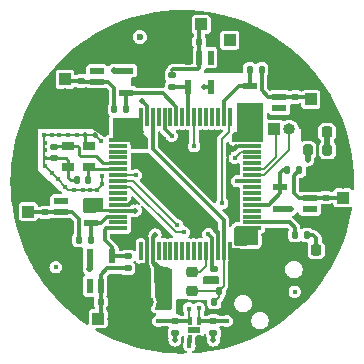
<source format=gtl>
G04 #@! TF.GenerationSoftware,KiCad,Pcbnew,8.0.6*
G04 #@! TF.CreationDate,2025-07-21T23:46:33+02:00*
G04 #@! TF.ProjectId,STM32,53544d33-322e-46b6-9963-61645f706362,rev?*
G04 #@! TF.SameCoordinates,Original*
G04 #@! TF.FileFunction,Copper,L1,Top*
G04 #@! TF.FilePolarity,Positive*
%FSLAX46Y46*%
G04 Gerber Fmt 4.6, Leading zero omitted, Abs format (unit mm)*
G04 Created by KiCad (PCBNEW 8.0.6) date 2025-07-21 23:46:33*
%MOMM*%
%LPD*%
G01*
G04 APERTURE LIST*
G04 Aperture macros list*
%AMRoundRect*
0 Rectangle with rounded corners*
0 $1 Rounding radius*
0 $2 $3 $4 $5 $6 $7 $8 $9 X,Y pos of 4 corners*
0 Add a 4 corners polygon primitive as box body*
4,1,4,$2,$3,$4,$5,$6,$7,$8,$9,$2,$3,0*
0 Add four circle primitives for the rounded corners*
1,1,$1+$1,$2,$3*
1,1,$1+$1,$4,$5*
1,1,$1+$1,$6,$7*
1,1,$1+$1,$8,$9*
0 Add four rect primitives between the rounded corners*
20,1,$1+$1,$2,$3,$4,$5,0*
20,1,$1+$1,$4,$5,$6,$7,0*
20,1,$1+$1,$6,$7,$8,$9,0*
20,1,$1+$1,$8,$9,$2,$3,0*%
G04 Aperture macros list end*
G04 #@! TA.AperFunction,SMDPad,CuDef*
%ADD10RoundRect,0.140000X0.140000X0.170000X-0.140000X0.170000X-0.140000X-0.170000X0.140000X-0.170000X0*%
G04 #@! TD*
G04 #@! TA.AperFunction,SMDPad,CuDef*
%ADD11RoundRect,0.140000X-0.170000X0.140000X-0.170000X-0.140000X0.170000X-0.140000X0.170000X0.140000X0*%
G04 #@! TD*
G04 #@! TA.AperFunction,SMDPad,CuDef*
%ADD12RoundRect,0.140000X-0.140000X-0.170000X0.140000X-0.170000X0.140000X0.170000X-0.140000X0.170000X0*%
G04 #@! TD*
G04 #@! TA.AperFunction,SMDPad,CuDef*
%ADD13RoundRect,0.200000X0.200000X0.275000X-0.200000X0.275000X-0.200000X-0.275000X0.200000X-0.275000X0*%
G04 #@! TD*
G04 #@! TA.AperFunction,SMDPad,CuDef*
%ADD14R,1.250000X0.500000*%
G04 #@! TD*
G04 #@! TA.AperFunction,SMDPad,CuDef*
%ADD15R,0.304800X0.711200*%
G04 #@! TD*
G04 #@! TA.AperFunction,SMDPad,CuDef*
%ADD16R,1.092200X0.508000*%
G04 #@! TD*
G04 #@! TA.AperFunction,SMDPad,CuDef*
%ADD17R,0.990600X0.736600*%
G04 #@! TD*
G04 #@! TA.AperFunction,SMDPad,CuDef*
%ADD18RoundRect,0.075000X-0.700000X-0.075000X0.700000X-0.075000X0.700000X0.075000X-0.700000X0.075000X0*%
G04 #@! TD*
G04 #@! TA.AperFunction,SMDPad,CuDef*
%ADD19RoundRect,0.075000X-0.075000X-0.700000X0.075000X-0.700000X0.075000X0.700000X-0.075000X0.700000X0*%
G04 #@! TD*
G04 #@! TA.AperFunction,SMDPad,CuDef*
%ADD20R,0.500000X1.250000*%
G04 #@! TD*
G04 #@! TA.AperFunction,ComponentPad*
%ADD21R,1.000000X1.000000*%
G04 #@! TD*
G04 #@! TA.AperFunction,ComponentPad*
%ADD22O,1.000000X1.000000*%
G04 #@! TD*
G04 #@! TA.AperFunction,SMDPad,CuDef*
%ADD23RoundRect,0.135000X0.135000X0.185000X-0.135000X0.185000X-0.135000X-0.185000X0.135000X-0.185000X0*%
G04 #@! TD*
G04 #@! TA.AperFunction,SMDPad,CuDef*
%ADD24RoundRect,0.140000X0.170000X-0.140000X0.170000X0.140000X-0.170000X0.140000X-0.170000X-0.140000X0*%
G04 #@! TD*
G04 #@! TA.AperFunction,SMDPad,CuDef*
%ADD25RoundRect,0.218750X0.256250X-0.218750X0.256250X0.218750X-0.256250X0.218750X-0.256250X-0.218750X0*%
G04 #@! TD*
G04 #@! TA.AperFunction,SMDPad,CuDef*
%ADD26RoundRect,0.135000X-0.185000X0.135000X-0.185000X-0.135000X0.185000X-0.135000X0.185000X0.135000X0*%
G04 #@! TD*
G04 #@! TA.AperFunction,SMDPad,CuDef*
%ADD27RoundRect,0.218750X-0.218750X-0.256250X0.218750X-0.256250X0.218750X0.256250X-0.218750X0.256250X0*%
G04 #@! TD*
G04 #@! TA.AperFunction,SMDPad,CuDef*
%ADD28RoundRect,0.135000X0.185000X-0.135000X0.185000X0.135000X-0.185000X0.135000X-0.185000X-0.135000X0*%
G04 #@! TD*
G04 #@! TA.AperFunction,SMDPad,CuDef*
%ADD29RoundRect,0.135000X-0.135000X-0.185000X0.135000X-0.185000X0.135000X0.185000X-0.135000X0.185000X0*%
G04 #@! TD*
G04 #@! TA.AperFunction,ViaPad*
%ADD30C,0.450000*%
G04 #@! TD*
G04 #@! TA.AperFunction,ViaPad*
%ADD31C,0.500000*%
G04 #@! TD*
G04 #@! TA.AperFunction,ViaPad*
%ADD32C,0.400000*%
G04 #@! TD*
G04 #@! TA.AperFunction,ViaPad*
%ADD33C,0.600000*%
G04 #@! TD*
G04 #@! TA.AperFunction,Conductor*
%ADD34C,0.300000*%
G04 #@! TD*
G04 #@! TA.AperFunction,Conductor*
%ADD35C,0.250000*%
G04 #@! TD*
G04 #@! TA.AperFunction,Conductor*
%ADD36C,0.200000*%
G04 #@! TD*
G04 #@! TA.AperFunction,Conductor*
%ADD37C,0.500000*%
G04 #@! TD*
G04 APERTURE END LIST*
D10*
X139400000Y-94580000D03*
X138440000Y-94580000D03*
D11*
X130566399Y-83005000D03*
X130566399Y-83965000D03*
D12*
X134510000Y-96090000D03*
X135470000Y-96090000D03*
D13*
X153710000Y-83260000D03*
X152060000Y-83260000D03*
D14*
X134195000Y-76527500D03*
X134195000Y-77477500D03*
X134195000Y-78427500D03*
X136695000Y-78427500D03*
X136695000Y-76527500D03*
D11*
X129830000Y-88540000D03*
X129830000Y-89500000D03*
D15*
X142830049Y-97730699D03*
X142029949Y-97730697D03*
X142029951Y-99229301D03*
X142830051Y-99229303D03*
D16*
X142430000Y-98480000D03*
D17*
X131782798Y-82960000D03*
X131782799Y-84690000D03*
X133510000Y-84690000D03*
X133509999Y-82960000D03*
D18*
X135995000Y-82390000D03*
X135995000Y-82890000D03*
X135995000Y-83390000D03*
X135995000Y-83890000D03*
X135995000Y-84390000D03*
X135995000Y-84890000D03*
X135995000Y-85390000D03*
X135995000Y-85890000D03*
X135995000Y-86390000D03*
X135995000Y-86890000D03*
X135995000Y-87390000D03*
X135995000Y-87890000D03*
X135995000Y-88390000D03*
X135995000Y-88890000D03*
X135995000Y-89390000D03*
X135995000Y-89890000D03*
D19*
X137920000Y-91815000D03*
X138420000Y-91815000D03*
X138920000Y-91815000D03*
X139420000Y-91815000D03*
X139920000Y-91815000D03*
X140420000Y-91815000D03*
X140920000Y-91815000D03*
X141420000Y-91815000D03*
X141920000Y-91815000D03*
X142420000Y-91815000D03*
X142920000Y-91815000D03*
X143420000Y-91815000D03*
X143920000Y-91815000D03*
X144420000Y-91815000D03*
X144920000Y-91815000D03*
X145420000Y-91815000D03*
D18*
X147345000Y-89890000D03*
X147345000Y-89390000D03*
X147345000Y-88890000D03*
X147345000Y-88390000D03*
X147345000Y-87890000D03*
X147345000Y-87390000D03*
X147345000Y-86890000D03*
X147345000Y-86390000D03*
X147345000Y-85890000D03*
X147345000Y-85390000D03*
X147345000Y-84890000D03*
X147345000Y-84390000D03*
X147345000Y-83890000D03*
X147345000Y-83390000D03*
X147345000Y-82890000D03*
X147345000Y-82390000D03*
D19*
X145420000Y-80465000D03*
X144920000Y-80465000D03*
X144420000Y-80465000D03*
X143920000Y-80465000D03*
X143420000Y-80465000D03*
X142920000Y-80465000D03*
X142420000Y-80465000D03*
X141920000Y-80465000D03*
X141420000Y-80465000D03*
X140920000Y-80465000D03*
X140420000Y-80465000D03*
X139920000Y-80465000D03*
X139420000Y-80465000D03*
X138920000Y-80465000D03*
X138420000Y-80465000D03*
X137920000Y-80465000D03*
D20*
X143809996Y-75430004D03*
X142859998Y-75430002D03*
X141909996Y-75430001D03*
X141910000Y-77930000D03*
X143810000Y-77930003D03*
D10*
X139390000Y-93660000D03*
X138430000Y-93660000D03*
D21*
X134290000Y-97525000D03*
D22*
X135560001Y-97525000D03*
D23*
X151340000Y-84970001D03*
X150320000Y-84969999D03*
D14*
X149639998Y-79709998D03*
X149640000Y-78760000D03*
X149640001Y-77809999D03*
X147140002Y-77810002D03*
X147139999Y-79710001D03*
D12*
X144130000Y-96130000D03*
X145090000Y-96130000D03*
D10*
X135860000Y-81410000D03*
X134900000Y-81410000D03*
D24*
X150990000Y-78770000D03*
X150990000Y-77810000D03*
X153550000Y-87289998D03*
X153550000Y-86329998D03*
D25*
X142270000Y-95177501D03*
X142270000Y-93602499D03*
D26*
X140550000Y-76890000D03*
X140550000Y-77910000D03*
D14*
X131170000Y-87550000D03*
X131170000Y-88500000D03*
X131170000Y-89450000D03*
X133670000Y-89450000D03*
X133670000Y-87550000D03*
D27*
X151194998Y-91730000D03*
X152770000Y-91730000D03*
D14*
X152209998Y-88289998D03*
X152210000Y-87340000D03*
X152210001Y-86389999D03*
X149710002Y-86390002D03*
X149709999Y-88290001D03*
D28*
X136809999Y-93280000D03*
X136810001Y-92260000D03*
D21*
X131490000Y-77277500D03*
D22*
X131490000Y-78547500D03*
D21*
X152304998Y-78975001D03*
D22*
X152304998Y-77705000D03*
D12*
X144540000Y-95180000D03*
X145500000Y-95180000D03*
D29*
X135675000Y-79817500D03*
X136695000Y-79817500D03*
D11*
X144070000Y-93300000D03*
X144070000Y-94260000D03*
D10*
X133476399Y-85835000D03*
X132516399Y-85835000D03*
D20*
X133580002Y-94749998D03*
X134530000Y-94750000D03*
X135480002Y-94750002D03*
X135479998Y-92250002D03*
X133579998Y-92249998D03*
D21*
X155014999Y-87304999D03*
D22*
X155014999Y-86034998D03*
D29*
X132670000Y-90870000D03*
X133690000Y-90870000D03*
D26*
X140789952Y-97729301D03*
X140789950Y-98749301D03*
D12*
X147550000Y-90960000D03*
X148510000Y-90960000D03*
D26*
X144049952Y-97729301D03*
X144049950Y-98749301D03*
D21*
X139800001Y-96140001D03*
D22*
X138530000Y-96140001D03*
D23*
X148140000Y-76450001D03*
X147120000Y-76449999D03*
D21*
X143024997Y-72630000D03*
D22*
X141754996Y-72630000D03*
D11*
X132855000Y-77427500D03*
X132855000Y-78387500D03*
D23*
X151962499Y-90460001D03*
X150942499Y-90459999D03*
D10*
X142850000Y-74080000D03*
X141890000Y-74080000D03*
D21*
X149215001Y-81490000D03*
D22*
X150485002Y-81490000D03*
D27*
X152097499Y-81740000D03*
X153672501Y-81740000D03*
D21*
X128380000Y-88470000D03*
D22*
X128380000Y-89740000D03*
D21*
X145434999Y-73969999D03*
D22*
X146705000Y-73969999D03*
D30*
X136230000Y-94130000D03*
X138500000Y-97800000D03*
D31*
X138000000Y-79125000D03*
X150320000Y-91710000D03*
D30*
X145990000Y-91810000D03*
X143505000Y-84100000D03*
D31*
X133150000Y-82000000D03*
D30*
X134630000Y-86150000D03*
X141350000Y-96870000D03*
D32*
X129375000Y-92125000D03*
D31*
X133050000Y-79500000D03*
D33*
X136825000Y-73650000D03*
D32*
X137200000Y-98975000D03*
D31*
X131190000Y-90240000D03*
X152210000Y-85630000D03*
X134900000Y-80750000D03*
D30*
X132980000Y-86630000D03*
D31*
X152100000Y-80770000D03*
D32*
X134850000Y-75000000D03*
D30*
X130375000Y-85205000D03*
X144000000Y-87100000D03*
D31*
X140820000Y-74030000D03*
X141550000Y-89220000D03*
X152840000Y-80790000D03*
D32*
X149400000Y-75475000D03*
D30*
X129760000Y-82650000D03*
X145020000Y-96890000D03*
X143460000Y-94270000D03*
X130915000Y-85745000D03*
X145350000Y-83510000D03*
D31*
X149220000Y-91690000D03*
D32*
X128125000Y-84400000D03*
D31*
X149810000Y-90960000D03*
D30*
X130370000Y-82020000D03*
D31*
X151050000Y-76860000D03*
X137200000Y-96225000D03*
X134000000Y-82000000D03*
D32*
X154600000Y-84600000D03*
X129600000Y-80225000D03*
D30*
X131000000Y-82000000D03*
X146000000Y-92460000D03*
X150470000Y-80440000D03*
X131750000Y-82000000D03*
X129770000Y-83270000D03*
D31*
X149770000Y-91700000D03*
D30*
X149140000Y-80450000D03*
X149130000Y-96990000D03*
D32*
X138675000Y-76850000D03*
D31*
X129980000Y-90740000D03*
X145970000Y-83020000D03*
D30*
X143510000Y-96870000D03*
D31*
X137275000Y-97450000D03*
X138170000Y-90450000D03*
D30*
X133610000Y-86630000D03*
D31*
X137430000Y-87700000D03*
D30*
X142819951Y-99800000D03*
X144190000Y-90010000D03*
X129780000Y-84610000D03*
D31*
X142030000Y-89750000D03*
X134185000Y-79147500D03*
D32*
X139725000Y-72475000D03*
D30*
X131880000Y-94140000D03*
X141100000Y-81730000D03*
X129770000Y-83950000D03*
D32*
X154100000Y-89775000D03*
D30*
X131530000Y-86360000D03*
X134500000Y-82500000D03*
X132500000Y-82000000D03*
D31*
X141070000Y-75450000D03*
D30*
X134620000Y-85450000D03*
X134220000Y-86610000D03*
D32*
X131625000Y-80175000D03*
D30*
X141855000Y-83925000D03*
D32*
X140875000Y-86400000D03*
D31*
X149220000Y-90960000D03*
D30*
X132250000Y-86640000D03*
D31*
X137200000Y-95075000D03*
D30*
X129750000Y-82000000D03*
D31*
X138160000Y-89870000D03*
X149650000Y-77100000D03*
X140120000Y-93650000D03*
X136760000Y-81440000D03*
D30*
X142019951Y-99820000D03*
D31*
X137920000Y-81760000D03*
X133560000Y-93360000D03*
X136740000Y-80860000D03*
D30*
X143635000Y-90390000D03*
D31*
X140030000Y-94720000D03*
X146740000Y-90960000D03*
X147420000Y-81160000D03*
X137300000Y-82380000D03*
X140789950Y-99340000D03*
X143244997Y-77930003D03*
D30*
X137890000Y-82360000D03*
D31*
X146070000Y-90520000D03*
X146080000Y-89920000D03*
X135625000Y-76517500D03*
X137310000Y-81430000D03*
X144049950Y-99340000D03*
X147400000Y-80540000D03*
X146740000Y-80540000D03*
D30*
X150950000Y-95250000D03*
D31*
X137430000Y-88400000D03*
D33*
X137825000Y-73675000D03*
D31*
X133670000Y-88220000D03*
D30*
X130700000Y-93175000D03*
D31*
X146750000Y-81170000D03*
X147410000Y-81770000D03*
X152050000Y-84100000D03*
X139120000Y-90440000D03*
X145936705Y-82320790D03*
X137300000Y-80850000D03*
X146080000Y-91120000D03*
X146750000Y-81760000D03*
X150609999Y-88290001D03*
D30*
X137470000Y-85390000D03*
X140530000Y-82050000D03*
X141550000Y-90230000D03*
X142839951Y-96659301D03*
X145180000Y-97729301D03*
X141979951Y-96679301D03*
X140990000Y-89610000D03*
X139380000Y-97730000D03*
X145870000Y-83900000D03*
X142430000Y-82930000D03*
X144790000Y-87770000D03*
X146075000Y-85900000D03*
D34*
X144190000Y-90010000D02*
X144420000Y-90240000D01*
X140820000Y-74030000D02*
X140870000Y-74080000D01*
X131170000Y-89450000D02*
X129880000Y-89450000D01*
D35*
X131565000Y-83965000D02*
X131782799Y-84182799D01*
D36*
X130915000Y-85745000D02*
X131530000Y-86360000D01*
X129750000Y-84580000D02*
X129780000Y-84610000D01*
D34*
X145985000Y-91815000D02*
X145990000Y-91810000D01*
X138420000Y-91815000D02*
X138420000Y-93650000D01*
D35*
X129785000Y-83965000D02*
X129770000Y-83950000D01*
D34*
X151050000Y-76860000D02*
X151050000Y-77750000D01*
D36*
X132220000Y-86610000D02*
X132250000Y-86640000D01*
X134000000Y-82000000D02*
X133150000Y-82000000D01*
D34*
X135480002Y-94750002D02*
X135480002Y-97355001D01*
D35*
X131782799Y-84182799D02*
X131782799Y-84690000D01*
D36*
X131780000Y-86610000D02*
X132220000Y-86610000D01*
D34*
X132855000Y-78387500D02*
X131650000Y-78387500D01*
X129830000Y-89500000D02*
X128620000Y-89500000D01*
X134195000Y-78427500D02*
X132895000Y-78427500D01*
X152210001Y-85630001D02*
X152210000Y-85630000D01*
D35*
X130566399Y-83965000D02*
X131565000Y-83965000D01*
D34*
X141890000Y-74080000D02*
X141890000Y-75410005D01*
D35*
X133220000Y-82670001D02*
X133220000Y-82070000D01*
D36*
X134630000Y-86150000D02*
X134630000Y-85460000D01*
X132500000Y-82000000D02*
X129750000Y-82000000D01*
D35*
X133220000Y-82070000D02*
X133150000Y-82000000D01*
X132516399Y-85835000D02*
X132005000Y-85835000D01*
D34*
X141890000Y-72765004D02*
X141890000Y-74080000D01*
D36*
X145500000Y-95720000D02*
X145500000Y-95180000D01*
D34*
X140870000Y-74080000D02*
X141890000Y-74080000D01*
D36*
X134220000Y-86610000D02*
X134630000Y-86200000D01*
D37*
X152100000Y-80770000D02*
X152100000Y-81737499D01*
D34*
X149650000Y-77100000D02*
X149650000Y-77800000D01*
X152210001Y-86389999D02*
X152210001Y-85630001D01*
D36*
X132250000Y-86640000D02*
X134190000Y-86640000D01*
D34*
X145020000Y-96890000D02*
X145020000Y-96270000D01*
X149640001Y-77809999D02*
X150989999Y-77809999D01*
D36*
X133150000Y-82000000D02*
X132500000Y-82000000D01*
D34*
X145420000Y-91815000D02*
X145985000Y-91815000D01*
X138000000Y-79125000D02*
X138420000Y-79545000D01*
X151194998Y-91730000D02*
X150340000Y-91730000D01*
X146086024Y-83020000D02*
X146216024Y-82890000D01*
X137080000Y-87700000D02*
X137430000Y-87700000D01*
D36*
X131530000Y-86360000D02*
X131780000Y-86610000D01*
D35*
X130566399Y-83965000D02*
X129785000Y-83965000D01*
X133509999Y-82960000D02*
X133220000Y-82670001D01*
D34*
X153550000Y-86329998D02*
X154719999Y-86329998D01*
D36*
X134190000Y-86640000D02*
X134220000Y-86610000D01*
X129750000Y-82000000D02*
X129750000Y-84580000D01*
X134630000Y-86200000D02*
X134630000Y-86150000D01*
D34*
X152210001Y-86389999D02*
X153489999Y-86389999D01*
X150990000Y-77810000D02*
X152199998Y-77810000D01*
X136890000Y-87890000D02*
X137080000Y-87700000D01*
X138420000Y-91815000D02*
X138420000Y-90700000D01*
X141089999Y-75430001D02*
X141909996Y-75430001D01*
X135995000Y-87890000D02*
X136890000Y-87890000D01*
X144070000Y-94270000D02*
X143460000Y-94270000D01*
X149640001Y-77109999D02*
X149650000Y-77100000D01*
X154719999Y-86329998D02*
X155014999Y-86034998D01*
D35*
X131782799Y-85612799D02*
X131782799Y-84690000D01*
D34*
X150340000Y-91730000D02*
X150320000Y-91710000D01*
X146216024Y-82890000D02*
X147345000Y-82890000D01*
X138430000Y-93660000D02*
X138430000Y-94710000D01*
X144420000Y-90240000D02*
X144420000Y-91815000D01*
X138420000Y-79545000D02*
X138420000Y-80465000D01*
X145970000Y-83020000D02*
X146086024Y-83020000D01*
X142819951Y-99239403D02*
X142830051Y-99229303D01*
X131170000Y-90220000D02*
X131190000Y-90240000D01*
X142819951Y-99800000D02*
X142819951Y-99239403D01*
X131170000Y-89450000D02*
X131170000Y-90220000D01*
D36*
X129780000Y-84610000D02*
X130375000Y-85205000D01*
D34*
X141070000Y-75450000D02*
X141089999Y-75430001D01*
X134195000Y-78427500D02*
X134195000Y-79137500D01*
X138420000Y-90700000D02*
X138170000Y-90450000D01*
D36*
X134500000Y-82500000D02*
X134000000Y-82000000D01*
X130375000Y-85205000D02*
X130915000Y-85745000D01*
X145090000Y-96130000D02*
X145500000Y-95720000D01*
D37*
X134900000Y-81410000D02*
X134900000Y-80750000D01*
D35*
X132005000Y-85835000D02*
X131782799Y-85612799D01*
D36*
X134630000Y-85460000D02*
X134620000Y-85450000D01*
D34*
X135995000Y-82390000D02*
X137290000Y-82390000D01*
X143920000Y-91815000D02*
X143920000Y-90675000D01*
X143920000Y-91815000D02*
X143920000Y-93160000D01*
X137290000Y-82390000D02*
X137300000Y-82380000D01*
X143244997Y-77930003D02*
X143810000Y-77930003D01*
X138920000Y-91815000D02*
X138920000Y-90640000D01*
X142019951Y-99820000D02*
X142019951Y-99239301D01*
X146005915Y-82390000D02*
X145936705Y-82320790D01*
X140110000Y-93660000D02*
X140120000Y-93650000D01*
D37*
X133579998Y-92249998D02*
X133579998Y-93340002D01*
D34*
X143920000Y-93160000D02*
X144070000Y-93310000D01*
X137420000Y-88390000D02*
X137430000Y-88400000D01*
X143920000Y-90675000D02*
X143635000Y-90390000D01*
X146110000Y-89890000D02*
X146080000Y-89920000D01*
X139390000Y-93180000D02*
X139390000Y-93660000D01*
D37*
X135635000Y-76527500D02*
X135625000Y-76517500D01*
D34*
X139390000Y-94710000D02*
X139390000Y-93660000D01*
D37*
X133579998Y-93340002D02*
X133560000Y-93360000D01*
D34*
X138920000Y-90640000D02*
X139120000Y-90440000D01*
X147139999Y-79710001D02*
X147139999Y-80279999D01*
D37*
X152060000Y-84090000D02*
X152050000Y-84100000D01*
D34*
X139390000Y-93660000D02*
X140110000Y-93660000D01*
X138920000Y-92710000D02*
X139390000Y-93180000D01*
X140030000Y-94720000D02*
X139400000Y-94720000D01*
D37*
X136695000Y-76527500D02*
X135635000Y-76527500D01*
X150609999Y-88290001D02*
X149709999Y-88290001D01*
D34*
X135995000Y-88390000D02*
X137420000Y-88390000D01*
X147345000Y-89890000D02*
X146110000Y-89890000D01*
X137920000Y-80465000D02*
X137920000Y-81760000D01*
X147139999Y-80279999D02*
X147400000Y-80540000D01*
X140789950Y-99340000D02*
X140789950Y-98749301D01*
X144049950Y-99340000D02*
X144049950Y-98749301D01*
X146740000Y-90960000D02*
X147550000Y-90960000D01*
X147345000Y-82390000D02*
X146005915Y-82390000D01*
X142019951Y-99239301D02*
X142029951Y-99229301D01*
D37*
X152060000Y-83260000D02*
X152060000Y-84090000D01*
X133670000Y-88220000D02*
X133670000Y-87550000D01*
D34*
X138920000Y-91815000D02*
X138920000Y-92710000D01*
D35*
X131782798Y-82960000D02*
X130611399Y-82960000D01*
X132836399Y-83800000D02*
X132689699Y-83653300D01*
X132689699Y-83653300D02*
X132689699Y-83069699D01*
X132580000Y-82960000D02*
X131782798Y-82960000D01*
X132689699Y-83069699D02*
X132580000Y-82960000D01*
X134723600Y-84390000D02*
X134133600Y-83800000D01*
X134133600Y-83800000D02*
X132836399Y-83800000D01*
X135995000Y-84390000D02*
X134723600Y-84390000D01*
X133710000Y-84890000D02*
X135995000Y-84890000D01*
X133476399Y-85835000D02*
X133476399Y-84723601D01*
D36*
X137470000Y-85390000D02*
X135995000Y-85390000D01*
D34*
X132855000Y-77427500D02*
X131640000Y-77427500D01*
X134195000Y-77477500D02*
X132905000Y-77477500D01*
X135675000Y-78032500D02*
X135675000Y-79817500D01*
X134195000Y-77477500D02*
X135120000Y-77477500D01*
X135120000Y-77477500D02*
X135675000Y-78032500D01*
X151962499Y-90460001D02*
X152490001Y-90460001D01*
X152490001Y-90460001D02*
X152770000Y-90740000D01*
X152770000Y-90740000D02*
X152770000Y-91730000D01*
D36*
X149340000Y-83854314D02*
X149340000Y-81614999D01*
X147345000Y-84890000D02*
X148304314Y-84890000D01*
X148304314Y-84890000D02*
X149340000Y-83854314D01*
X150480000Y-81495002D02*
X150480000Y-83280000D01*
X148370000Y-85390000D02*
X147345000Y-85390000D01*
X150480000Y-83280000D02*
X148370000Y-85390000D01*
X142932499Y-93602499D02*
X142270000Y-93602499D01*
X143420000Y-91815000D02*
X143420000Y-93114998D01*
X143420000Y-93114998D02*
X142932499Y-93602499D01*
D34*
X144920000Y-79105004D02*
X146215002Y-77810002D01*
X147120000Y-76449999D02*
X147120000Y-77790000D01*
X146215002Y-77810002D02*
X147140002Y-77810002D01*
X144920000Y-80465000D02*
X144920000Y-79105004D01*
X139763120Y-78430000D02*
X140920000Y-79586880D01*
X140920000Y-79586880D02*
X140920000Y-80465000D01*
X136697500Y-78430000D02*
X139763120Y-78430000D01*
X136695000Y-79817500D02*
X136695000Y-78427500D01*
X134840000Y-90860000D02*
X135479998Y-91499998D01*
X136810001Y-92260000D02*
X135489996Y-92260000D01*
X134990000Y-89890000D02*
X134840000Y-90040000D01*
X134840000Y-90040000D02*
X134840000Y-90860000D01*
X135479998Y-91499998D02*
X135479998Y-92250002D01*
X135995000Y-89890000D02*
X134990000Y-89890000D01*
X141920000Y-80465000D02*
X141920000Y-77940000D01*
X140549999Y-77910000D02*
X141890000Y-77910000D01*
X150320000Y-84969999D02*
X149960001Y-84969999D01*
X149710002Y-85219998D02*
X149710002Y-86390002D01*
X149960001Y-84969999D02*
X149710002Y-85219998D01*
X147345000Y-87890000D02*
X148734999Y-87890000D01*
X148734999Y-87890000D02*
X149710002Y-86914997D01*
X149710002Y-86914997D02*
X149710002Y-86390002D01*
X135070000Y-88890000D02*
X134510000Y-89450000D01*
X134510000Y-89450000D02*
X133670000Y-89450000D01*
X133690000Y-90870000D02*
X133690000Y-89470000D01*
X135995000Y-88890000D02*
X135070000Y-88890000D01*
X139920000Y-81440000D02*
X140530000Y-82050000D01*
X139920000Y-80465000D02*
X139920000Y-81440000D01*
X147345000Y-89390000D02*
X150510000Y-89390000D01*
X150510000Y-89390000D02*
X150942499Y-89822499D01*
X150942499Y-89822499D02*
X150942499Y-90459999D01*
X142830049Y-97730699D02*
X144048554Y-97730699D01*
X145180000Y-97729301D02*
X144049952Y-97729301D01*
D36*
X142839951Y-96659301D02*
X142839951Y-97720797D01*
X135995000Y-86390000D02*
X137020000Y-86390000D01*
X137020000Y-86390000D02*
X140860000Y-90230000D01*
X140860000Y-90230000D02*
X141550000Y-90230000D01*
X137270000Y-85890000D02*
X140990000Y-89610000D01*
X135995000Y-85890000D02*
X137270000Y-85890000D01*
D34*
X140789952Y-97729301D02*
X142028553Y-97729301D01*
X140789952Y-97729301D02*
X139380699Y-97729301D01*
X139380699Y-97729301D02*
X139380000Y-97730000D01*
D36*
X141979951Y-96679301D02*
X141979951Y-97680699D01*
X147345000Y-83390000D02*
X146380000Y-83390000D01*
X146380000Y-83390000D02*
X145870000Y-83900000D01*
D34*
X151285000Y-87340000D02*
X152210000Y-87340000D01*
X153550000Y-87289998D02*
X154999998Y-87289998D01*
X150840000Y-86895000D02*
X151285000Y-87340000D01*
X152210000Y-87340000D02*
X153499998Y-87340000D01*
X150840000Y-85470001D02*
X150840000Y-86895000D01*
X151340000Y-84970001D02*
X150840000Y-85470001D01*
X131170000Y-88500000D02*
X132095000Y-88500000D01*
X132095000Y-88500000D02*
X132670000Y-89075000D01*
X129830000Y-88540000D02*
X128450000Y-88540000D01*
X132670000Y-89075000D02*
X132670000Y-90870000D01*
X131170000Y-88500000D02*
X129870000Y-88500000D01*
X135075000Y-93280000D02*
X134530000Y-93825000D01*
X136809999Y-93280000D02*
X135075000Y-93280000D01*
X134530000Y-94750000D02*
X134530000Y-97085000D01*
X134530000Y-97085000D02*
X134235000Y-97380000D01*
X134530000Y-93825000D02*
X134530000Y-94750000D01*
X142790000Y-76425000D02*
X142859998Y-76355002D01*
X140550000Y-76487500D02*
X140612500Y-76425000D01*
X142859998Y-75430002D02*
X142859998Y-74089998D01*
X142859998Y-76355002D02*
X142859998Y-75430002D01*
X142850000Y-74080000D02*
X142850000Y-72804997D01*
X140612500Y-76425000D02*
X142790000Y-76425000D01*
D36*
X142420000Y-82920000D02*
X142420000Y-80465000D01*
X142430000Y-82930000D02*
X142420000Y-82920000D01*
D34*
X148715000Y-78760000D02*
X148140000Y-78185000D01*
X148140000Y-78185000D02*
X148140000Y-76450001D01*
X150990000Y-78770000D02*
X152099997Y-78770000D01*
X149640000Y-78760000D02*
X148715000Y-78760000D01*
X149640000Y-78760000D02*
X150980000Y-78760000D01*
X138920000Y-80465000D02*
X138920000Y-83170000D01*
X138920000Y-83170000D02*
X144920000Y-89170000D01*
D36*
X144920000Y-94800000D02*
X144920000Y-91815000D01*
X142270000Y-95177501D02*
X144537501Y-95177501D01*
D34*
X144920000Y-89170000D02*
X144920000Y-91815000D01*
D36*
X144130000Y-96130000D02*
X144520000Y-95740000D01*
X144520000Y-95740000D02*
X144520000Y-95200000D01*
X144540000Y-95180000D02*
X144920000Y-94800000D01*
D37*
X153672501Y-81740000D02*
X153672501Y-83222501D01*
D36*
X144750000Y-82350000D02*
X144750000Y-87730000D01*
X144750000Y-87730000D02*
X144790000Y-87770000D01*
X145386705Y-80498295D02*
X145386705Y-81713295D01*
X145386705Y-81713295D02*
X144750000Y-82350000D01*
D34*
X146085000Y-85890000D02*
X146075000Y-85900000D01*
X147345000Y-85890000D02*
X146085000Y-85890000D01*
G04 #@! TA.AperFunction,Conductor*
G36*
X134623039Y-87309685D02*
G01*
X134668794Y-87362489D01*
X134680000Y-87414000D01*
X134680000Y-88240000D01*
X135196000Y-88240000D01*
X135263039Y-88259685D01*
X135308794Y-88312489D01*
X135320000Y-88364000D01*
X135320000Y-88415500D01*
X135300315Y-88482539D01*
X135247511Y-88528294D01*
X135196000Y-88539500D01*
X135023855Y-88539500D01*
X135017454Y-88540342D01*
X135001827Y-88541400D01*
X133174546Y-88549451D01*
X133107421Y-88530062D01*
X133061434Y-88477460D01*
X133050000Y-88425452D01*
X133050000Y-87414000D01*
X133069685Y-87346961D01*
X133122489Y-87301206D01*
X133174000Y-87290000D01*
X134556000Y-87290000D01*
X134623039Y-87309685D01*
G37*
G04 #@! TD.AperFunction*
G04 #@! TA.AperFunction,Conductor*
G36*
X138012539Y-80529685D02*
G01*
X138058294Y-80582489D01*
X138069500Y-80634000D01*
X138069500Y-81193141D01*
X138070000Y-81203289D01*
X138070000Y-81820000D01*
X138486463Y-82264227D01*
X138517953Y-82326598D01*
X138520000Y-82349036D01*
X138520000Y-83066000D01*
X138500315Y-83133039D01*
X138447511Y-83178794D01*
X138396000Y-83190000D01*
X137162136Y-83190000D01*
X137095097Y-83170315D01*
X137049342Y-83117511D01*
X137038150Y-83067879D01*
X137030000Y-82530000D01*
X135662778Y-82530000D01*
X135595739Y-82510315D01*
X135549984Y-82457511D01*
X135538784Y-82407228D01*
X135537722Y-82300000D01*
X135521240Y-80635228D01*
X135540260Y-80567997D01*
X135592608Y-80521721D01*
X135645234Y-80510000D01*
X137945500Y-80510000D01*
X138012539Y-80529685D01*
G37*
G04 #@! TD.AperFunction*
G04 #@! TA.AperFunction,Conductor*
G36*
X148233039Y-79269685D02*
G01*
X148278794Y-79322489D01*
X148290000Y-79374000D01*
X148290000Y-82431741D01*
X148270315Y-82498780D01*
X148217511Y-82544535D01*
X148148353Y-82554479D01*
X148141810Y-82553359D01*
X148072133Y-82539500D01*
X147391145Y-82539500D01*
X147391144Y-82539500D01*
X146169880Y-82539500D01*
X146110223Y-82555484D01*
X146110223Y-82555485D01*
X146080736Y-82563386D01*
X146080734Y-82563386D01*
X146073688Y-82565275D01*
X146041594Y-82569500D01*
X145899873Y-82569500D01*
X145892882Y-82570000D01*
X145734000Y-82570000D01*
X145666961Y-82550315D01*
X145621206Y-82497511D01*
X145610000Y-82446000D01*
X145610000Y-81960762D01*
X145626613Y-81898762D01*
X145670790Y-81822245D01*
X145673856Y-81824015D01*
X145707387Y-81782263D01*
X145773644Y-81760087D01*
X145778278Y-81760000D01*
X146010000Y-81760000D01*
X146010000Y-79374000D01*
X146029685Y-79306961D01*
X146082489Y-79261206D01*
X146134000Y-79250000D01*
X148166000Y-79250000D01*
X148233039Y-79269685D01*
G37*
G04 #@! TD.AperFunction*
G04 #@! TA.AperFunction,Conductor*
G36*
X139010821Y-92395738D02*
G01*
X139057435Y-92447785D01*
X139069500Y-92501135D01*
X139069500Y-92542131D01*
X139069501Y-92542133D01*
X139077193Y-92580808D01*
X139079550Y-92602515D01*
X139079999Y-92624999D01*
X139080000Y-92625000D01*
X139091554Y-92636321D01*
X139107872Y-92655999D01*
X139146375Y-92713624D01*
X139212452Y-92757775D01*
X139230343Y-92772306D01*
X139574999Y-93109999D01*
X139574999Y-93110000D01*
X140410028Y-93270754D01*
X140472138Y-93302757D01*
X140507085Y-93363258D01*
X140510585Y-93391805D01*
X140529278Y-96644417D01*
X140509979Y-96711569D01*
X140457439Y-96757626D01*
X140404419Y-96769127D01*
X139212090Y-96760847D01*
X139145189Y-96740697D01*
X139099802Y-96687577D01*
X139088956Y-96637909D01*
X139088662Y-96603479D01*
X139107773Y-96536274D01*
X139110595Y-96531997D01*
X139154818Y-96467931D01*
X139215140Y-96308873D01*
X139235645Y-96140001D01*
X139215140Y-95971129D01*
X139154818Y-95812071D01*
X139154816Y-95812069D01*
X139154816Y-95812067D01*
X139154815Y-95812066D01*
X139102603Y-95736425D01*
X139080719Y-95670071D01*
X139080659Y-95667169D01*
X139060000Y-93250000D01*
X138789605Y-92821097D01*
X138770500Y-92754968D01*
X138770500Y-92501974D01*
X138790185Y-92434935D01*
X138842989Y-92389180D01*
X138892461Y-92377992D01*
X138943472Y-92377156D01*
X139010821Y-92395738D01*
G37*
G04 #@! TD.AperFunction*
G04 #@! TA.AperFunction,Conductor*
G36*
X150270000Y-91130000D02*
G01*
X151650000Y-91130000D01*
X151650000Y-92340000D01*
X150460000Y-92340000D01*
X150450000Y-92000000D01*
X148210000Y-92010000D01*
X148200000Y-90450000D01*
X150270000Y-90450000D01*
X150270000Y-91130000D01*
G37*
G04 #@! TD.AperFunction*
G04 #@! TA.AperFunction,Conductor*
G36*
X138740000Y-93450000D02*
G01*
X138750000Y-96480000D01*
X136010000Y-96480000D01*
X136010000Y-93920000D01*
X137840000Y-93940000D01*
X137840000Y-92850000D01*
X138570000Y-92850000D01*
X138740000Y-93450000D01*
G37*
G04 #@! TD.AperFunction*
G04 #@! TA.AperFunction,Conductor*
G36*
X146320000Y-92980000D02*
G01*
X145360000Y-92980000D01*
X145360000Y-91580000D01*
X146300000Y-91580000D01*
X146320000Y-92980000D01*
G37*
G04 #@! TD.AperFunction*
G04 #@! TA.AperFunction,Conductor*
G36*
X147754599Y-89769685D02*
G01*
X147800354Y-89822489D01*
X147811550Y-89872431D01*
X147828426Y-91205674D01*
X147809592Y-91272957D01*
X147757371Y-91319376D01*
X147705670Y-91331237D01*
X145945234Y-91348753D01*
X145878002Y-91329736D01*
X145831724Y-91277390D01*
X145820000Y-91224759D01*
X145820000Y-89874000D01*
X145839685Y-89806961D01*
X145892489Y-89761206D01*
X145944000Y-89750000D01*
X147687560Y-89750000D01*
X147754599Y-89769685D01*
G37*
G04 #@! TD.AperFunction*
G04 #@! TA.AperFunction,Conductor*
G36*
X137449301Y-92628029D02*
G01*
X137498531Y-92664362D01*
X137506945Y-92678470D01*
X137535172Y-92736208D01*
X137535173Y-92736209D01*
X137535174Y-92736211D01*
X137623789Y-92824826D01*
X137736375Y-92879866D01*
X137809364Y-92890500D01*
X137809367Y-92890500D01*
X137840000Y-92890500D01*
X137840000Y-93940000D01*
X136010000Y-93920000D01*
X136010000Y-96480000D01*
X138750000Y-96480000D01*
X138740000Y-93450000D01*
X138670660Y-93205273D01*
X138740244Y-93315647D01*
X138755493Y-93367598D01*
X138775169Y-95669779D01*
X138775222Y-95673415D01*
X138775283Y-95676386D01*
X138790591Y-95765757D01*
X138812476Y-95832114D01*
X138851181Y-95909968D01*
X138851183Y-95909971D01*
X138875493Y-95945191D01*
X138886583Y-95966321D01*
X138912075Y-96033536D01*
X138917787Y-96056710D01*
X138926451Y-96128067D01*
X138926451Y-96151933D01*
X138917787Y-96223290D01*
X138912076Y-96246463D01*
X138886586Y-96313674D01*
X138875495Y-96334805D01*
X138859195Y-96358419D01*
X138855592Y-96363759D01*
X138852777Y-96368025D01*
X138852776Y-96368027D01*
X138813922Y-96452714D01*
X138794811Y-96519919D01*
X138783173Y-96606087D01*
X138783172Y-96606101D01*
X138783466Y-96640503D01*
X138783466Y-96640515D01*
X138790488Y-96703077D01*
X138790489Y-96703087D01*
X138801334Y-96752747D01*
X138801341Y-96752775D01*
X138811531Y-96788723D01*
X138867537Y-96886030D01*
X138912927Y-96939153D01*
X138957359Y-96981633D01*
X138957361Y-96981634D01*
X138957364Y-96981637D01*
X139057085Y-97033217D01*
X139123986Y-97053367D01*
X139123993Y-97053368D01*
X139150437Y-97057358D01*
X139205156Y-97084734D01*
X139233334Y-97139045D01*
X139224207Y-97199545D01*
X139181261Y-97243127D01*
X139173556Y-97246714D01*
X139114982Y-97270976D01*
X139005211Y-97355207D01*
X139005207Y-97355211D01*
X138920976Y-97464982D01*
X138920974Y-97464986D01*
X138868026Y-97592816D01*
X138868025Y-97592816D01*
X138849965Y-97729999D01*
X138868026Y-97867183D01*
X138920974Y-97995014D01*
X138920976Y-97995018D01*
X139004672Y-98104092D01*
X139005209Y-98104791D01*
X139114982Y-98189024D01*
X139242817Y-98241974D01*
X139380000Y-98260035D01*
X139517183Y-98241974D01*
X139606644Y-98204918D01*
X139649092Y-98187337D01*
X139686977Y-98179801D01*
X140188254Y-98179801D01*
X140246445Y-98198708D01*
X140282409Y-98248208D01*
X140282409Y-98309394D01*
X140267910Y-98337586D01*
X140261422Y-98346379D01*
X140215568Y-98408507D01*
X140172210Y-98532417D01*
X140172208Y-98532426D01*
X140169450Y-98561833D01*
X140169450Y-98936758D01*
X140172208Y-98966176D01*
X140172209Y-98966181D01*
X140215567Y-99090092D01*
X140215570Y-99090097D01*
X140236050Y-99117847D01*
X140255391Y-99175894D01*
X140253639Y-99189749D01*
X140254467Y-99189858D01*
X140234700Y-99339999D01*
X140234700Y-99340000D01*
X140253619Y-99483708D01*
X140253620Y-99483709D01*
X140294553Y-99582533D01*
X140309089Y-99617625D01*
X140397329Y-99732621D01*
X140512325Y-99820861D01*
X140646241Y-99876330D01*
X140789950Y-99895250D01*
X140933659Y-99876330D01*
X141067575Y-99820861D01*
X141182571Y-99732621D01*
X141270811Y-99617625D01*
X141326280Y-99483709D01*
X141345200Y-99340000D01*
X141326280Y-99196291D01*
X141325433Y-99189857D01*
X141328538Y-99189448D01*
X141331101Y-99141100D01*
X141343849Y-99117845D01*
X141364331Y-99090095D01*
X141383785Y-99034499D01*
X141384607Y-99032151D01*
X141421672Y-98983471D01*
X141480272Y-98965874D01*
X141538024Y-98986082D01*
X141572868Y-99036377D01*
X141577051Y-99064849D01*
X141577051Y-99138594D01*
X141573678Y-99164214D01*
X141569451Y-99179988D01*
X141569451Y-99514712D01*
X141561915Y-99552597D01*
X141507977Y-99682816D01*
X141507976Y-99682816D01*
X141495639Y-99776528D01*
X141489916Y-99820000D01*
X141507977Y-99957183D01*
X141560927Y-100085018D01*
X141645160Y-100194791D01*
X141754933Y-100279024D01*
X141762265Y-100282061D01*
X141782634Y-100290498D01*
X141829160Y-100330234D01*
X141843444Y-100389729D01*
X141820030Y-100446257D01*
X141767861Y-100478226D01*
X141747341Y-100480928D01*
X141422592Y-100489432D01*
X141417408Y-100489432D01*
X140661133Y-100469627D01*
X140655958Y-100469356D01*
X139901743Y-100409999D01*
X139896588Y-100409457D01*
X139146522Y-100310709D01*
X139141403Y-100309898D01*
X138397550Y-100172033D01*
X138392480Y-100170956D01*
X137656826Y-99994341D01*
X137651819Y-99992999D01*
X136926434Y-99778130D01*
X136921505Y-99776528D01*
X136208378Y-99523996D01*
X136203540Y-99522139D01*
X135504583Y-99232623D01*
X135499847Y-99230515D01*
X135497012Y-99229163D01*
X135312385Y-99141100D01*
X134817004Y-98904814D01*
X134812386Y-98902461D01*
X134147524Y-98541471D01*
X134143036Y-98538880D01*
X134126955Y-98529026D01*
X134094129Y-98508909D01*
X134054393Y-98462386D01*
X134049592Y-98401389D01*
X134081561Y-98349219D01*
X134138089Y-98325804D01*
X134145857Y-98325499D01*
X134834861Y-98325499D01*
X134834864Y-98325499D01*
X134859991Y-98322585D01*
X134962765Y-98277206D01*
X135042206Y-98197765D01*
X135087585Y-98094991D01*
X135090500Y-98069865D01*
X135090499Y-96980136D01*
X135087585Y-96955009D01*
X135042206Y-96852235D01*
X135042204Y-96852233D01*
X135042205Y-96852233D01*
X135009496Y-96819524D01*
X134981719Y-96765007D01*
X134980500Y-96749521D01*
X134980500Y-96586572D01*
X134999407Y-96528381D01*
X134999774Y-96527879D01*
X135043852Y-96468157D01*
X135087710Y-96342819D01*
X135090500Y-96313066D01*
X135090500Y-95866934D01*
X135090500Y-95866928D01*
X135090499Y-95866923D01*
X135087710Y-95837185D01*
X135087710Y-95837181D01*
X135043852Y-95711843D01*
X135019823Y-95679285D01*
X135000482Y-95621239D01*
X135018953Y-95562909D01*
X135029473Y-95550497D01*
X135032206Y-95547765D01*
X135077585Y-95444991D01*
X135080500Y-95419865D01*
X135080499Y-94080136D01*
X135077585Y-94055009D01*
X135061944Y-94019588D01*
X135055736Y-93958719D01*
X135082504Y-93909597D01*
X135232607Y-93759496D01*
X135287124Y-93731719D01*
X135302610Y-93730500D01*
X136286523Y-93730500D01*
X136344714Y-93749407D01*
X136345311Y-93749845D01*
X136419203Y-93804380D01*
X136419204Y-93804380D01*
X136419205Y-93804381D01*
X136543120Y-93847741D01*
X136572542Y-93850500D01*
X137047455Y-93850499D01*
X137047456Y-93850499D01*
X137053339Y-93849947D01*
X137076878Y-93847741D01*
X137200793Y-93804381D01*
X137270925Y-93752621D01*
X137306417Y-93726427D01*
X137306418Y-93726425D01*
X137306422Y-93726423D01*
X137384380Y-93620794D01*
X137427740Y-93496879D01*
X137430499Y-93467457D01*
X137430498Y-93092544D01*
X137427740Y-93063121D01*
X137384380Y-92939206D01*
X137384379Y-92939204D01*
X137302889Y-92828788D01*
X137283547Y-92770740D01*
X137302018Y-92712410D01*
X137302889Y-92711212D01*
X137306422Y-92706423D01*
X137306424Y-92706423D01*
X137338351Y-92663162D01*
X137388117Y-92627571D01*
X137449301Y-92628029D01*
G37*
G04 #@! TD.AperFunction*
G04 #@! TA.AperFunction,Conductor*
G36*
X154173691Y-87759405D02*
G01*
X154209655Y-87808905D01*
X154214500Y-87839498D01*
X154214500Y-87849863D01*
X154214837Y-87852776D01*
X154217413Y-87874989D01*
X154239557Y-87925139D01*
X154262793Y-87977764D01*
X154342234Y-88057205D01*
X154445008Y-88102584D01*
X154470134Y-88105499D01*
X155559863Y-88105498D01*
X155584990Y-88102584D01*
X155657777Y-88070445D01*
X155718642Y-88064237D01*
X155771536Y-88094992D01*
X155796251Y-88150963D01*
X155795915Y-88173932D01*
X155790709Y-88213477D01*
X155789898Y-88218596D01*
X155652033Y-88962449D01*
X155650956Y-88967519D01*
X155474341Y-89703173D01*
X155472999Y-89708180D01*
X155258130Y-90433565D01*
X155256528Y-90438494D01*
X155003996Y-91151621D01*
X155002139Y-91156459D01*
X154712623Y-91855416D01*
X154710515Y-91860152D01*
X154384814Y-92542995D01*
X154382461Y-92547613D01*
X154021467Y-93212484D01*
X154018875Y-93216972D01*
X153623599Y-93862002D01*
X153620777Y-93866349D01*
X153192256Y-94489853D01*
X153189209Y-94494046D01*
X152728661Y-95094242D01*
X152725399Y-95098270D01*
X152234072Y-95673540D01*
X152230604Y-95677392D01*
X151709834Y-96226169D01*
X151706169Y-96229834D01*
X151157392Y-96750604D01*
X151153540Y-96754072D01*
X150578270Y-97245399D01*
X150574242Y-97248661D01*
X149974046Y-97709209D01*
X149969853Y-97712256D01*
X149346349Y-98140777D01*
X149342002Y-98143599D01*
X148696972Y-98538875D01*
X148692484Y-98541467D01*
X148027613Y-98902461D01*
X148022995Y-98904814D01*
X147340152Y-99230515D01*
X147335416Y-99232623D01*
X146636459Y-99522139D01*
X146631621Y-99523996D01*
X145918494Y-99776528D01*
X145913565Y-99778130D01*
X145188180Y-99992999D01*
X145183173Y-99994341D01*
X144447519Y-100170956D01*
X144442449Y-100172033D01*
X143698596Y-100309898D01*
X143693477Y-100310709D01*
X142943411Y-100409457D01*
X142938256Y-100409999D01*
X142353296Y-100456036D01*
X142293802Y-100441752D01*
X142254065Y-100395227D01*
X142249264Y-100334230D01*
X142281234Y-100282061D01*
X142285262Y-100278799D01*
X142394737Y-100194795D01*
X142394737Y-100194794D01*
X142394742Y-100194791D01*
X142478975Y-100085018D01*
X142531925Y-99957183D01*
X142549986Y-99820000D01*
X142531925Y-99682817D01*
X142531925Y-99682816D01*
X142490386Y-99582533D01*
X142482850Y-99544647D01*
X142482850Y-99133499D01*
X142501757Y-99075308D01*
X142551257Y-99039344D01*
X142581850Y-99034499D01*
X143020961Y-99034499D01*
X143020964Y-99034499D01*
X143046091Y-99031585D01*
X143148865Y-98986206D01*
X143228306Y-98906765D01*
X143239886Y-98880536D01*
X143280684Y-98834943D01*
X143340492Y-98822036D01*
X143396465Y-98846748D01*
X143427222Y-98899641D01*
X143429450Y-98920520D01*
X143429450Y-98936757D01*
X143432208Y-98966176D01*
X143432209Y-98966181D01*
X143475567Y-99090092D01*
X143475570Y-99090097D01*
X143496050Y-99117847D01*
X143515391Y-99175894D01*
X143513639Y-99189749D01*
X143514467Y-99189858D01*
X143494700Y-99339999D01*
X143494700Y-99340000D01*
X143513619Y-99483708D01*
X143513620Y-99483709D01*
X143554553Y-99582533D01*
X143569089Y-99617625D01*
X143657329Y-99732621D01*
X143772325Y-99820861D01*
X143906241Y-99876330D01*
X144049950Y-99895250D01*
X144193659Y-99876330D01*
X144327575Y-99820861D01*
X144442571Y-99732621D01*
X144530811Y-99617625D01*
X144586280Y-99483709D01*
X144605200Y-99340000D01*
X144586280Y-99196291D01*
X144585433Y-99189857D01*
X144588538Y-99189448D01*
X144591101Y-99141100D01*
X144603849Y-99117845D01*
X144624331Y-99090095D01*
X144667691Y-98966180D01*
X144670450Y-98936758D01*
X144670449Y-98561845D01*
X144667691Y-98532422D01*
X144624331Y-98408507D01*
X144619078Y-98401389D01*
X144571992Y-98337589D01*
X144552650Y-98279541D01*
X144571121Y-98221211D01*
X144620351Y-98184878D01*
X144651647Y-98179801D01*
X144874711Y-98179801D01*
X144912596Y-98187337D01*
X144940049Y-98198708D01*
X145042817Y-98241275D01*
X145180000Y-98259336D01*
X145317183Y-98241275D01*
X145445018Y-98188325D01*
X145554791Y-98104092D01*
X145639024Y-97994319D01*
X145691974Y-97866484D01*
X145710035Y-97729301D01*
X145694593Y-97612006D01*
X145694592Y-97612001D01*
X147253607Y-97612001D01*
X147253607Y-97612004D01*
X147253607Y-97758914D01*
X147275003Y-97866484D01*
X147282267Y-97903000D01*
X147282267Y-97903002D01*
X147338485Y-98038725D01*
X147338485Y-98038726D01*
X147359291Y-98069864D01*
X147420106Y-98160879D01*
X147523987Y-98264760D01*
X147646138Y-98346379D01*
X147781865Y-98402599D01*
X147925952Y-98431259D01*
X147925954Y-98431259D01*
X148072860Y-98431259D01*
X148072862Y-98431259D01*
X148216949Y-98402599D01*
X148352676Y-98346379D01*
X148474827Y-98264760D01*
X148578708Y-98160879D01*
X148660327Y-98038728D01*
X148716547Y-97903001D01*
X148745207Y-97758914D01*
X148745207Y-97612004D01*
X148716547Y-97467917D01*
X148669572Y-97354510D01*
X148660328Y-97332192D01*
X148660328Y-97332191D01*
X148639992Y-97301757D01*
X148578708Y-97210039D01*
X148474827Y-97106158D01*
X148352676Y-97024539D01*
X148352675Y-97024538D01*
X148352673Y-97024537D01*
X148216949Y-96968319D01*
X148072864Y-96939659D01*
X148072862Y-96939659D01*
X147925952Y-96939659D01*
X147925949Y-96939659D01*
X147781865Y-96968319D01*
X147781863Y-96968319D01*
X147646140Y-97024537D01*
X147646139Y-97024537D01*
X147523987Y-97106158D01*
X147523983Y-97106161D01*
X147420109Y-97210035D01*
X147420106Y-97210039D01*
X147338485Y-97332191D01*
X147338485Y-97332192D01*
X147282267Y-97467915D01*
X147282267Y-97467917D01*
X147253607Y-97612001D01*
X145694592Y-97612001D01*
X145691974Y-97592117D01*
X145639315Y-97464986D01*
X145639024Y-97464284D01*
X145554791Y-97354510D01*
X145554789Y-97354509D01*
X145554789Y-97354508D01*
X145445018Y-97270277D01*
X145445014Y-97270275D01*
X145317183Y-97217327D01*
X145303002Y-97215460D01*
X145180000Y-97199266D01*
X145179999Y-97199266D01*
X145042816Y-97217326D01*
X145042816Y-97217327D01*
X144912597Y-97271265D01*
X144874712Y-97278801D01*
X144573428Y-97278801D01*
X144515237Y-97259894D01*
X144514640Y-97259456D01*
X144440747Y-97204920D01*
X144316835Y-97161561D01*
X144316826Y-97161559D01*
X144287417Y-97158801D01*
X143812494Y-97158801D01*
X143783076Y-97161559D01*
X143783071Y-97161560D01*
X143659158Y-97204919D01*
X143638496Y-97220169D01*
X143583369Y-97260854D01*
X143525323Y-97280196D01*
X143524582Y-97280199D01*
X143339451Y-97280199D01*
X143281260Y-97261292D01*
X143245296Y-97211792D01*
X143240451Y-97181199D01*
X143240451Y-97034193D01*
X143259358Y-96976002D01*
X143260882Y-96973961D01*
X143298975Y-96924319D01*
X143351925Y-96796484D01*
X143369986Y-96659301D01*
X143365439Y-96624760D01*
X143351925Y-96522117D01*
X143298976Y-96394287D01*
X143298975Y-96394284D01*
X143214742Y-96284510D01*
X143214740Y-96284509D01*
X143214740Y-96284508D01*
X143104969Y-96200277D01*
X143104965Y-96200275D01*
X142977134Y-96147327D01*
X142921489Y-96140001D01*
X142839951Y-96129266D01*
X142839950Y-96129266D01*
X142702767Y-96147326D01*
X142702767Y-96147327D01*
X142574937Y-96200275D01*
X142574933Y-96200277D01*
X142507841Y-96251758D01*
X142465160Y-96284510D01*
X142465159Y-96284511D01*
X142460013Y-96288460D01*
X142458705Y-96286756D01*
X142412757Y-96310156D01*
X142352327Y-96300572D01*
X142337022Y-96290913D01*
X142333825Y-96288460D01*
X142264451Y-96235226D01*
X142244974Y-96220280D01*
X142244965Y-96220275D01*
X142117134Y-96167327D01*
X142037935Y-96156900D01*
X141979951Y-96149266D01*
X141979950Y-96149266D01*
X141842767Y-96167326D01*
X141842767Y-96167327D01*
X141714937Y-96220275D01*
X141714933Y-96220277D01*
X141605162Y-96304508D01*
X141605158Y-96304512D01*
X141520927Y-96414283D01*
X141520925Y-96414287D01*
X141467977Y-96542117D01*
X141467976Y-96542117D01*
X141455024Y-96640503D01*
X141449916Y-96679301D01*
X141459538Y-96752386D01*
X141467977Y-96816484D01*
X141520925Y-96944315D01*
X141520927Y-96944320D01*
X141529131Y-96955011D01*
X141558992Y-96993925D01*
X141579417Y-97051599D01*
X141579451Y-97054193D01*
X141579451Y-97179801D01*
X141560544Y-97237992D01*
X141511044Y-97273956D01*
X141480451Y-97278801D01*
X141313428Y-97278801D01*
X141255237Y-97259894D01*
X141254640Y-97259456D01*
X141180747Y-97204920D01*
X141056835Y-97161561D01*
X141056826Y-97161559D01*
X141027419Y-97158801D01*
X141027409Y-97158801D01*
X140999000Y-97158801D01*
X140940809Y-97139894D01*
X140904845Y-97090394D01*
X140900000Y-97059801D01*
X140900000Y-95999000D01*
X140918907Y-95940809D01*
X140968407Y-95904845D01*
X140999000Y-95900000D01*
X141856943Y-95900000D01*
X141883231Y-95904997D01*
X141883502Y-95903925D01*
X141889652Y-95905479D01*
X141889654Y-95905480D01*
X141973098Y-95915501D01*
X141973100Y-95915501D01*
X142509876Y-95915501D01*
X142539112Y-95925000D01*
X142575000Y-95925000D01*
X143450500Y-95925000D01*
X143508691Y-95943907D01*
X143544655Y-95993407D01*
X143549500Y-96024000D01*
X143549500Y-96353076D01*
X143552289Y-96382814D01*
X143552291Y-96382823D01*
X143596148Y-96508158D01*
X143674997Y-96614995D01*
X143675004Y-96615002D01*
X143781841Y-96693851D01*
X143781842Y-96693851D01*
X143781843Y-96693852D01*
X143907181Y-96737710D01*
X143934619Y-96740282D01*
X143936923Y-96740499D01*
X143936928Y-96740500D01*
X143936934Y-96740500D01*
X144323072Y-96740500D01*
X144323075Y-96740499D01*
X144352819Y-96737710D01*
X144478157Y-96693852D01*
X144584999Y-96614999D01*
X144663852Y-96508157D01*
X144707710Y-96382819D01*
X144710500Y-96353066D01*
X144710500Y-96175160D01*
X145816766Y-96175160D01*
X145816766Y-96322075D01*
X145831129Y-96394283D01*
X145842751Y-96452714D01*
X145845426Y-96466159D01*
X145845426Y-96466161D01*
X145901644Y-96601884D01*
X145901644Y-96601885D01*
X145940008Y-96659300D01*
X145983265Y-96724038D01*
X146087146Y-96827919D01*
X146209297Y-96909538D01*
X146345024Y-96965758D01*
X146489111Y-96994418D01*
X146489113Y-96994418D01*
X146636019Y-96994418D01*
X146636021Y-96994418D01*
X146780108Y-96965758D01*
X146915835Y-96909538D01*
X147037986Y-96827919D01*
X147141867Y-96724038D01*
X147223486Y-96601887D01*
X147279706Y-96466160D01*
X147308366Y-96322073D01*
X147308366Y-96175163D01*
X147279706Y-96031076D01*
X147231833Y-95915500D01*
X147223487Y-95895351D01*
X147223487Y-95895350D01*
X147184616Y-95837176D01*
X147141867Y-95773198D01*
X147037986Y-95669317D01*
X146915835Y-95587698D01*
X146915834Y-95587697D01*
X146915832Y-95587696D01*
X146780108Y-95531478D01*
X146636023Y-95502818D01*
X146636021Y-95502818D01*
X146489111Y-95502818D01*
X146489108Y-95502818D01*
X146345024Y-95531478D01*
X146345022Y-95531478D01*
X146209299Y-95587696D01*
X146209298Y-95587696D01*
X146087146Y-95669317D01*
X146087142Y-95669320D01*
X145983268Y-95773194D01*
X145983265Y-95773198D01*
X145901644Y-95895350D01*
X145901644Y-95895351D01*
X145845426Y-96031074D01*
X145845426Y-96031076D01*
X145816766Y-96175160D01*
X144710500Y-96175160D01*
X144710500Y-96156900D01*
X144729407Y-96098709D01*
X144739490Y-96086902D01*
X144840480Y-95985913D01*
X144863991Y-95945191D01*
X144893205Y-95894592D01*
X144893205Y-95894590D01*
X144893207Y-95894588D01*
X144920500Y-95792727D01*
X144920500Y-95769959D01*
X144939407Y-95711768D01*
X144960712Y-95690304D01*
X144975639Y-95679287D01*
X144994999Y-95664999D01*
X145073852Y-95558157D01*
X145117710Y-95432819D01*
X145120500Y-95403066D01*
X145120500Y-95249999D01*
X150419965Y-95249999D01*
X150438026Y-95387183D01*
X150490974Y-95515014D01*
X150490976Y-95515018D01*
X150575207Y-95624789D01*
X150575210Y-95624792D01*
X150627604Y-95664996D01*
X150684982Y-95709024D01*
X150812817Y-95761974D01*
X150950000Y-95780035D01*
X151087183Y-95761974D01*
X151215018Y-95709024D01*
X151324791Y-95624791D01*
X151409024Y-95515018D01*
X151461974Y-95387183D01*
X151480035Y-95250000D01*
X151466700Y-95148709D01*
X151461974Y-95112816D01*
X151409025Y-94984986D01*
X151409024Y-94984983D01*
X151324791Y-94875209D01*
X151324789Y-94875208D01*
X151324789Y-94875207D01*
X151215018Y-94790976D01*
X151215014Y-94790974D01*
X151087183Y-94738026D01*
X151087175Y-94738025D01*
X150950000Y-94719965D01*
X150949999Y-94719965D01*
X150812816Y-94738025D01*
X150812816Y-94738026D01*
X150684986Y-94790974D01*
X150684982Y-94790976D01*
X150575211Y-94875207D01*
X150575207Y-94875211D01*
X150490976Y-94984982D01*
X150490974Y-94984986D01*
X150438026Y-95112816D01*
X150438025Y-95112816D01*
X150419965Y-95249999D01*
X145120500Y-95249999D01*
X145120500Y-95206900D01*
X145139407Y-95148709D01*
X145149490Y-95136902D01*
X145240480Y-95045913D01*
X145275657Y-94984986D01*
X145293205Y-94954592D01*
X145293205Y-94954590D01*
X145293207Y-94954588D01*
X145320500Y-94852727D01*
X145320500Y-94747273D01*
X145320500Y-93301477D01*
X150127294Y-93301477D01*
X150127294Y-93448392D01*
X150138297Y-93503706D01*
X150151977Y-93572485D01*
X150155954Y-93592476D01*
X150155954Y-93592478D01*
X150212172Y-93728201D01*
X150212172Y-93728202D01*
X150247584Y-93781198D01*
X150293793Y-93850355D01*
X150397674Y-93954236D01*
X150519825Y-94035855D01*
X150655552Y-94092075D01*
X150799639Y-94120735D01*
X150799641Y-94120735D01*
X150946547Y-94120735D01*
X150946549Y-94120735D01*
X151090636Y-94092075D01*
X151226363Y-94035855D01*
X151348514Y-93954236D01*
X151452395Y-93850355D01*
X151534014Y-93728204D01*
X151590234Y-93592477D01*
X151618894Y-93448390D01*
X151618894Y-93301480D01*
X151590234Y-93157393D01*
X151562124Y-93089529D01*
X151534015Y-93021668D01*
X151534015Y-93021667D01*
X151485530Y-92949105D01*
X151452395Y-92899515D01*
X151348514Y-92795634D01*
X151226363Y-92714015D01*
X151226362Y-92714014D01*
X151226360Y-92714013D01*
X151090636Y-92657795D01*
X150946551Y-92629135D01*
X150946549Y-92629135D01*
X150799639Y-92629135D01*
X150799636Y-92629135D01*
X150655552Y-92657795D01*
X150655550Y-92657795D01*
X150519827Y-92714013D01*
X150519826Y-92714013D01*
X150397674Y-92795634D01*
X150397670Y-92795637D01*
X150293796Y-92899511D01*
X150293793Y-92899515D01*
X150212172Y-93021667D01*
X150212172Y-93021668D01*
X150155954Y-93157391D01*
X150155954Y-93157393D01*
X150127294Y-93301477D01*
X145320500Y-93301477D01*
X145320500Y-92727053D01*
X145330559Y-92683573D01*
X145333054Y-92678470D01*
X145359866Y-92623625D01*
X145360000Y-92622705D01*
X145360000Y-92980000D01*
X146320000Y-92980000D01*
X146301010Y-91650727D01*
X147708710Y-91636722D01*
X147773982Y-91629002D01*
X147825683Y-91617141D01*
X147864146Y-91605609D01*
X147960335Y-91547709D01*
X148012556Y-91501290D01*
X148054169Y-91456021D01*
X148103783Y-91355308D01*
X148122617Y-91288025D01*
X148133902Y-91201807D01*
X148132366Y-91080498D01*
X148130508Y-90933672D01*
X148130500Y-90932419D01*
X148130500Y-90736928D01*
X148130499Y-90736926D01*
X148128004Y-90710316D01*
X148127579Y-90702324D01*
X148126696Y-90632543D01*
X148124384Y-90450000D01*
X148200000Y-90450000D01*
X148210000Y-92010000D01*
X150450000Y-92000000D01*
X150460000Y-92340000D01*
X151650000Y-92340000D01*
X151650000Y-91130000D01*
X150270000Y-91130000D01*
X150270000Y-90450000D01*
X148200000Y-90450000D01*
X148124384Y-90450000D01*
X148123846Y-90407476D01*
X148142015Y-90349054D01*
X148179355Y-90317287D01*
X148266211Y-90274826D01*
X148354826Y-90186211D01*
X148409866Y-90073625D01*
X148420500Y-90000636D01*
X148420500Y-89939500D01*
X148439407Y-89881309D01*
X148488907Y-89845345D01*
X148519500Y-89840500D01*
X150282389Y-89840500D01*
X150340580Y-89859407D01*
X150352393Y-89869496D01*
X150414769Y-89931872D01*
X150442546Y-89986389D01*
X150432975Y-90046821D01*
X150424424Y-90060658D01*
X150418122Y-90069197D01*
X150418116Y-90069208D01*
X150374759Y-90193115D01*
X150374757Y-90193124D01*
X150371999Y-90222531D01*
X150371999Y-90697456D01*
X150374757Y-90726874D01*
X150374758Y-90726879D01*
X150418118Y-90850794D01*
X150496071Y-90956417D01*
X150496080Y-90956426D01*
X150601703Y-91034379D01*
X150601704Y-91034379D01*
X150601705Y-91034380D01*
X150725620Y-91077740D01*
X150755042Y-91080499D01*
X151129955Y-91080498D01*
X151129956Y-91080498D01*
X151135839Y-91079946D01*
X151159378Y-91077740D01*
X151283293Y-91034380D01*
X151388922Y-90956422D01*
X151388924Y-90956418D01*
X151393707Y-90952889D01*
X151451755Y-90933547D01*
X151510085Y-90952018D01*
X151511284Y-90952889D01*
X151621703Y-91034381D01*
X151621704Y-91034381D01*
X151621705Y-91034382D01*
X151745620Y-91077742D01*
X151775042Y-91080501D01*
X152002702Y-91080500D01*
X152060891Y-91099407D01*
X152096855Y-91148907D01*
X152096856Y-91210092D01*
X152094799Y-91215818D01*
X152042021Y-91349653D01*
X152032000Y-91433095D01*
X152032000Y-92026904D01*
X152042021Y-92110348D01*
X152094383Y-92243129D01*
X152094384Y-92243131D01*
X152094385Y-92243132D01*
X152180633Y-92356867D01*
X152294368Y-92443115D01*
X152294369Y-92443115D01*
X152294370Y-92443116D01*
X152427151Y-92495478D01*
X152427154Y-92495479D01*
X152510598Y-92505500D01*
X152510600Y-92505500D01*
X153029400Y-92505500D01*
X153029402Y-92505500D01*
X153112846Y-92495479D01*
X153245632Y-92443115D01*
X153359367Y-92356867D01*
X153445615Y-92243132D01*
X153497979Y-92110346D01*
X153508000Y-92026902D01*
X153508000Y-91433098D01*
X153497979Y-91349654D01*
X153495677Y-91343817D01*
X153445616Y-91216870D01*
X153445615Y-91216869D01*
X153445615Y-91216868D01*
X153359367Y-91103133D01*
X153354454Y-91099407D01*
X153259680Y-91027537D01*
X153224738Y-90977311D01*
X153220500Y-90948654D01*
X153220500Y-90680692D01*
X153216962Y-90667487D01*
X153189799Y-90566114D01*
X153152271Y-90501114D01*
X153130489Y-90463386D01*
X152766615Y-90099512D01*
X152766612Y-90099510D01*
X152766610Y-90099508D01*
X152663891Y-90040203D01*
X152663887Y-90040201D01*
X152639674Y-90033713D01*
X152639674Y-90033714D01*
X152549310Y-90009501D01*
X152549308Y-90009501D01*
X152492792Y-90009501D01*
X152434601Y-89990594D01*
X152413137Y-89969289D01*
X152409958Y-89964982D01*
X152408922Y-89963578D01*
X152408920Y-89963577D01*
X152408920Y-89963576D01*
X152408919Y-89963575D01*
X152303294Y-89885620D01*
X152179382Y-89842261D01*
X152179373Y-89842259D01*
X152149964Y-89839501D01*
X151775041Y-89839501D01*
X151745623Y-89842259D01*
X151745618Y-89842260D01*
X151621703Y-89885620D01*
X151550787Y-89937959D01*
X151492739Y-89957301D01*
X151434409Y-89938830D01*
X151398076Y-89889600D01*
X151392999Y-89858304D01*
X151392999Y-89763191D01*
X151377558Y-89705566D01*
X151362298Y-89648613D01*
X151362298Y-89648612D01*
X151362298Y-89648611D01*
X151302991Y-89545889D01*
X151302989Y-89545887D01*
X151302988Y-89545885D01*
X150786614Y-89029511D01*
X150786611Y-89029509D01*
X150786609Y-89029507D01*
X150741816Y-89003646D01*
X150700875Y-88958177D01*
X150694479Y-88897327D01*
X150725072Y-88844339D01*
X150753425Y-88826448D01*
X150753707Y-88826331D01*
X150753708Y-88826331D01*
X150781348Y-88814881D01*
X150793588Y-88810726D01*
X150822484Y-88802985D01*
X150834648Y-88795961D01*
X150848381Y-88788033D01*
X150859993Y-88782306D01*
X150887624Y-88770862D01*
X150911357Y-88752650D01*
X150922104Y-88745468D01*
X150948014Y-88730510D01*
X150969157Y-88709365D01*
X150978895Y-88700826D01*
X151002620Y-88682622D01*
X151020825Y-88658895D01*
X151029365Y-88649158D01*
X151050508Y-88628016D01*
X151065466Y-88602106D01*
X151072648Y-88591359D01*
X151090860Y-88567626D01*
X151094691Y-88558375D01*
X151134425Y-88511848D01*
X151193919Y-88497562D01*
X151250448Y-88520973D01*
X151282420Y-88573141D01*
X151284498Y-88584853D01*
X151287412Y-88609988D01*
X151300664Y-88640000D01*
X151332792Y-88712763D01*
X151412233Y-88792204D01*
X151515007Y-88837583D01*
X151540133Y-88840498D01*
X152879862Y-88840497D01*
X152904989Y-88837583D01*
X153007763Y-88792204D01*
X153087204Y-88712763D01*
X153132583Y-88609989D01*
X153135498Y-88584863D01*
X153135497Y-87995134D01*
X153132583Y-87970007D01*
X153132582Y-87970006D01*
X153131725Y-87962608D01*
X153134519Y-87962283D01*
X153136878Y-87913761D01*
X153175202Y-87866065D01*
X153234242Y-87850005D01*
X153262129Y-87855443D01*
X153297181Y-87867708D01*
X153324619Y-87870280D01*
X153326923Y-87870497D01*
X153326928Y-87870498D01*
X153326934Y-87870498D01*
X153773072Y-87870498D01*
X153773075Y-87870497D01*
X153802819Y-87867708D01*
X153928157Y-87823850D01*
X153973345Y-87790500D01*
X154014884Y-87759843D01*
X154072931Y-87740501D01*
X154073672Y-87740498D01*
X154115500Y-87740498D01*
X154173691Y-87759405D01*
G37*
G04 #@! TD.AperFunction*
G04 #@! TA.AperFunction,Conductor*
G36*
X142178866Y-71410372D02*
G01*
X142184042Y-71410643D01*
X142938288Y-71470003D01*
X142943378Y-71470538D01*
X143693483Y-71569291D01*
X143698589Y-71570099D01*
X144442454Y-71707967D01*
X144447514Y-71709042D01*
X145183180Y-71885659D01*
X145188174Y-71886998D01*
X145425289Y-71957235D01*
X145913565Y-72101869D01*
X145918495Y-72103471D01*
X146631632Y-72356007D01*
X146636459Y-72357860D01*
X147335425Y-72647380D01*
X147340130Y-72649474D01*
X147918549Y-72925366D01*
X148022995Y-72975185D01*
X148027613Y-72977538D01*
X148692503Y-73338543D01*
X148696953Y-73341113D01*
X149285607Y-73701841D01*
X149342002Y-73736400D01*
X149346346Y-73739220D01*
X149969872Y-74167757D01*
X149974027Y-74170776D01*
X150508029Y-74580531D01*
X150574242Y-74631338D01*
X150578270Y-74634600D01*
X151153540Y-75125927D01*
X151157392Y-75129395D01*
X151706169Y-75650165D01*
X151709834Y-75653830D01*
X152230604Y-76202607D01*
X152234072Y-76206459D01*
X152725399Y-76781729D01*
X152728661Y-76785757D01*
X152758003Y-76823996D01*
X153189218Y-77385966D01*
X153192247Y-77390134D01*
X153315320Y-77569206D01*
X153620777Y-78013650D01*
X153623599Y-78017997D01*
X153757283Y-78236149D01*
X153980168Y-78599864D01*
X154018875Y-78663027D01*
X154021467Y-78667515D01*
X154382461Y-79332386D01*
X154384814Y-79337004D01*
X154710515Y-80019847D01*
X154712623Y-80024583D01*
X155002139Y-80723540D01*
X155003996Y-80728378D01*
X155256528Y-81441505D01*
X155258130Y-81446434D01*
X155472999Y-82171819D01*
X155474341Y-82176826D01*
X155650956Y-82912480D01*
X155652033Y-82917550D01*
X155789898Y-83661403D01*
X155790709Y-83666522D01*
X155889457Y-84416588D01*
X155889999Y-84421743D01*
X155949356Y-85175958D01*
X155949627Y-85181133D01*
X155969432Y-85937408D01*
X155969432Y-85942592D01*
X155952588Y-86585801D01*
X155932164Y-86643477D01*
X155881739Y-86678132D01*
X155820575Y-86676530D01*
X155772033Y-86639283D01*
X155771947Y-86639157D01*
X155767206Y-86632236D01*
X155767205Y-86632235D01*
X155767205Y-86632234D01*
X155687764Y-86552793D01*
X155584990Y-86507414D01*
X155584989Y-86507413D01*
X155584987Y-86507413D01*
X155559867Y-86504499D01*
X154470138Y-86504499D01*
X154470135Y-86504500D01*
X154445008Y-86507413D01*
X154342234Y-86552793D01*
X154262793Y-86632234D01*
X154217413Y-86735010D01*
X154215453Y-86751908D01*
X154189965Y-86807532D01*
X154136650Y-86837551D01*
X154117113Y-86839498D01*
X154073672Y-86839498D01*
X154015481Y-86820591D01*
X154014884Y-86820153D01*
X153928158Y-86756146D01*
X153802823Y-86712289D01*
X153802814Y-86712287D01*
X153773076Y-86709498D01*
X153773066Y-86709498D01*
X153326934Y-86709498D01*
X153326923Y-86709498D01*
X153297185Y-86712287D01*
X153297176Y-86712289D01*
X153171841Y-86756146D01*
X153087429Y-86818445D01*
X153029381Y-86837787D01*
X152988654Y-86829355D01*
X152904991Y-86792415D01*
X152904988Y-86792414D01*
X152879868Y-86789500D01*
X151540139Y-86789500D01*
X151540136Y-86789501D01*
X151515009Y-86792414D01*
X151515004Y-86792416D01*
X151479586Y-86808054D01*
X151418716Y-86814261D01*
X151369596Y-86787493D01*
X151319496Y-86737393D01*
X151291719Y-86682876D01*
X151290500Y-86667389D01*
X151290500Y-85697610D01*
X151309407Y-85639419D01*
X151319486Y-85627616D01*
X151327608Y-85619494D01*
X151382123Y-85591719D01*
X151397610Y-85590500D01*
X151527457Y-85590500D01*
X151533340Y-85589948D01*
X151556879Y-85587742D01*
X151680794Y-85544382D01*
X151786423Y-85466424D01*
X151864381Y-85360795D01*
X151907741Y-85236880D01*
X151910500Y-85207458D01*
X151910499Y-84749771D01*
X151929406Y-84691581D01*
X151978906Y-84655617D01*
X152022421Y-84651619D01*
X152050000Y-84655250D01*
X152079646Y-84651347D01*
X152092568Y-84650500D01*
X152122473Y-84650500D01*
X152122474Y-84650500D01*
X152151368Y-84642757D01*
X152164057Y-84640233D01*
X152193709Y-84636330D01*
X152221349Y-84624880D01*
X152233589Y-84620725D01*
X152262485Y-84612984D01*
X152288395Y-84598024D01*
X152299985Y-84592309D01*
X152327625Y-84580861D01*
X152351354Y-84562652D01*
X152362100Y-84555471D01*
X152388015Y-84540510D01*
X152409162Y-84519361D01*
X152418900Y-84510822D01*
X152442621Y-84492621D01*
X152460827Y-84468892D01*
X152469350Y-84459173D01*
X152500510Y-84428015D01*
X152522535Y-84389863D01*
X152529729Y-84379099D01*
X152530861Y-84377625D01*
X152531571Y-84375908D01*
X152537295Y-84364297D01*
X152572984Y-84302485D01*
X152580829Y-84273207D01*
X152610500Y-84162475D01*
X152610500Y-83934908D01*
X152629407Y-83876717D01*
X152630211Y-83875627D01*
X152703796Y-83777331D01*
X152709210Y-83762817D01*
X152747034Y-83661403D01*
X152754091Y-83642483D01*
X152760500Y-83582873D01*
X152760499Y-82937128D01*
X152754091Y-82877517D01*
X152747690Y-82860355D01*
X152703797Y-82742670D01*
X152617549Y-82627458D01*
X152617548Y-82627457D01*
X152617546Y-82627454D01*
X152617541Y-82627450D01*
X152502329Y-82541202D01*
X152367488Y-82490910D01*
X152367483Y-82490909D01*
X152367481Y-82490908D01*
X152367477Y-82490908D01*
X152336249Y-82487550D01*
X152307873Y-82484500D01*
X152307870Y-82484500D01*
X151812133Y-82484500D01*
X151812129Y-82484500D01*
X151812128Y-82484501D01*
X151804949Y-82485272D01*
X151752519Y-82490908D01*
X151752514Y-82490909D01*
X151633596Y-82535263D01*
X151572467Y-82537883D01*
X151521472Y-82504072D01*
X151500091Y-82446744D01*
X151500000Y-82442505D01*
X151500000Y-81500001D01*
X151500000Y-81500000D01*
X151380166Y-81500000D01*
X151321975Y-81481093D01*
X151294368Y-81443095D01*
X152934501Y-81443095D01*
X152934501Y-82036904D01*
X152944522Y-82120348D01*
X152996884Y-82253129D01*
X152996885Y-82253131D01*
X152996886Y-82253132D01*
X153083134Y-82366867D01*
X153083138Y-82366870D01*
X153087924Y-82371656D01*
X153086974Y-82372605D01*
X153117759Y-82416842D01*
X153122001Y-82445512D01*
X153122001Y-82635181D01*
X153103094Y-82693372D01*
X153102255Y-82694508D01*
X153066203Y-82742668D01*
X153015910Y-82877511D01*
X153015909Y-82877517D01*
X153010267Y-82929999D01*
X153009500Y-82937129D01*
X153009500Y-83582866D01*
X153009501Y-83582870D01*
X153015908Y-83642480D01*
X153015909Y-83642485D01*
X153066202Y-83777329D01*
X153140604Y-83876717D01*
X153152454Y-83892546D01*
X153152457Y-83892548D01*
X153152458Y-83892549D01*
X153267670Y-83978797D01*
X153402511Y-84029089D01*
X153402512Y-84029089D01*
X153402517Y-84029091D01*
X153462127Y-84035500D01*
X153957872Y-84035499D01*
X154017483Y-84029091D01*
X154093786Y-84000632D01*
X154152329Y-83978797D01*
X154152329Y-83978796D01*
X154152331Y-83978796D01*
X154267546Y-83892546D01*
X154353796Y-83777331D01*
X154359210Y-83762817D01*
X154397034Y-83661403D01*
X154404091Y-83642483D01*
X154410500Y-83582873D01*
X154410499Y-82937128D01*
X154404091Y-82877517D01*
X154397690Y-82860355D01*
X154353797Y-82742670D01*
X154310571Y-82684928D01*
X154267546Y-82627454D01*
X154267544Y-82627453D01*
X154267544Y-82627452D01*
X154267541Y-82627449D01*
X154262670Y-82623802D01*
X154227418Y-82573793D01*
X154223001Y-82544551D01*
X154223001Y-82445512D01*
X154241908Y-82387321D01*
X154257168Y-82371746D01*
X154257078Y-82371656D01*
X154261859Y-82366873D01*
X154261868Y-82366867D01*
X154348116Y-82253132D01*
X154400480Y-82120346D01*
X154410501Y-82036902D01*
X154410501Y-81443098D01*
X154400480Y-81359654D01*
X154348116Y-81226868D01*
X154261868Y-81113133D01*
X154148133Y-81026885D01*
X154148132Y-81026884D01*
X154148130Y-81026883D01*
X154015349Y-80974521D01*
X153931905Y-80964500D01*
X153931903Y-80964500D01*
X153413099Y-80964500D01*
X153413096Y-80964500D01*
X153329652Y-80974521D01*
X153196871Y-81026883D01*
X153196867Y-81026886D01*
X153083137Y-81113130D01*
X153083131Y-81113136D01*
X152996887Y-81226866D01*
X152996884Y-81226870D01*
X152944522Y-81359651D01*
X152934501Y-81443095D01*
X151294368Y-81443095D01*
X151286011Y-81431593D01*
X151281789Y-81412085D01*
X151270371Y-81310750D01*
X151270368Y-81310738D01*
X151241019Y-81226866D01*
X151210791Y-81140478D01*
X151139414Y-81026883D01*
X151114820Y-80987741D01*
X151114819Y-80987740D01*
X151114818Y-80987738D01*
X150987264Y-80860184D01*
X150987261Y-80860182D01*
X150987260Y-80860181D01*
X150834525Y-80764211D01*
X150664263Y-80704633D01*
X150664259Y-80704632D01*
X150485002Y-80684435D01*
X150305744Y-80704632D01*
X150305740Y-80704633D01*
X150135478Y-80764211D01*
X150066424Y-80807600D01*
X150007093Y-80822550D01*
X149950306Y-80799770D01*
X149943751Y-80793778D01*
X149887767Y-80737795D01*
X149887766Y-80737794D01*
X149784992Y-80692415D01*
X149784991Y-80692414D01*
X149784989Y-80692414D01*
X149759870Y-80689500D01*
X148694500Y-80689500D01*
X148636309Y-80670593D01*
X148600345Y-80621093D01*
X148595500Y-80590500D01*
X148595500Y-80204478D01*
X148614407Y-80146287D01*
X148663907Y-80110323D01*
X148725093Y-80110323D01*
X148764501Y-80134472D01*
X148842233Y-80212204D01*
X148945007Y-80257583D01*
X148970133Y-80260498D01*
X150309862Y-80260497D01*
X150334989Y-80257583D01*
X150437763Y-80212204D01*
X150517204Y-80132763D01*
X150562583Y-80029989D01*
X150565498Y-80004863D01*
X150565497Y-79427161D01*
X150584404Y-79368971D01*
X150633904Y-79333007D01*
X150695090Y-79333007D01*
X150697152Y-79333703D01*
X150737181Y-79347710D01*
X150764619Y-79350282D01*
X150766923Y-79350499D01*
X150766928Y-79350500D01*
X150766934Y-79350500D01*
X151213072Y-79350500D01*
X151213075Y-79350499D01*
X151242819Y-79347710D01*
X151368157Y-79303852D01*
X151368157Y-79303851D01*
X151372801Y-79302227D01*
X151433971Y-79300854D01*
X151484266Y-79335697D01*
X151504474Y-79393449D01*
X151504499Y-79395671D01*
X151504499Y-79519864D01*
X151507412Y-79544991D01*
X151522889Y-79580043D01*
X151552792Y-79647766D01*
X151632233Y-79727207D01*
X151735007Y-79772586D01*
X151760133Y-79775501D01*
X152849862Y-79775500D01*
X152874989Y-79772586D01*
X152977763Y-79727207D01*
X153057204Y-79647766D01*
X153102583Y-79544992D01*
X153105498Y-79519866D01*
X153105497Y-78430137D01*
X153102583Y-78405010D01*
X153057204Y-78302236D01*
X152977763Y-78222795D01*
X152874989Y-78177416D01*
X152874988Y-78177415D01*
X152874986Y-78177415D01*
X152849866Y-78174501D01*
X151760137Y-78174501D01*
X151760134Y-78174502D01*
X151735007Y-78177415D01*
X151632231Y-78222796D01*
X151572656Y-78282371D01*
X151518139Y-78310148D01*
X151457707Y-78300576D01*
X151443865Y-78292022D01*
X151368158Y-78236148D01*
X151242823Y-78192291D01*
X151242814Y-78192289D01*
X151213076Y-78189500D01*
X151213066Y-78189500D01*
X150766934Y-78189500D01*
X150766923Y-78189500D01*
X150737185Y-78192289D01*
X150737176Y-78192291D01*
X150611845Y-78236146D01*
X150611839Y-78236149D01*
X150567779Y-78268668D01*
X150509731Y-78288010D01*
X150451401Y-78269539D01*
X150438993Y-78259022D01*
X150437765Y-78257794D01*
X150334991Y-78212415D01*
X150334990Y-78212414D01*
X150334988Y-78212414D01*
X150309868Y-78209500D01*
X148970139Y-78209500D01*
X148970136Y-78209501D01*
X148945010Y-78212414D01*
X148945005Y-78212416D01*
X148909587Y-78228054D01*
X148848717Y-78234261D01*
X148799597Y-78207493D01*
X148619496Y-78027392D01*
X148591719Y-77972875D01*
X148590500Y-77957388D01*
X148590500Y-76973476D01*
X148609407Y-76915285D01*
X148609819Y-76914723D01*
X148664381Y-76840795D01*
X148707741Y-76716880D01*
X148710500Y-76687458D01*
X148710499Y-76212545D01*
X148710354Y-76211003D01*
X148707741Y-76183125D01*
X148707741Y-76183124D01*
X148707741Y-76183122D01*
X148664381Y-76059207D01*
X148664380Y-76059205D01*
X148586427Y-75953582D01*
X148586418Y-75953573D01*
X148480795Y-75875620D01*
X148356883Y-75832261D01*
X148356874Y-75832259D01*
X148327465Y-75829501D01*
X147952542Y-75829501D01*
X147923124Y-75832259D01*
X147923119Y-75832260D01*
X147799204Y-75875620D01*
X147688789Y-75957110D01*
X147630741Y-75976452D01*
X147572411Y-75957980D01*
X147571213Y-75957110D01*
X147460795Y-75875618D01*
X147336883Y-75832259D01*
X147336874Y-75832257D01*
X147307465Y-75829499D01*
X146932542Y-75829499D01*
X146903124Y-75832257D01*
X146903119Y-75832258D01*
X146779204Y-75875618D01*
X146673581Y-75953571D01*
X146673572Y-75953580D01*
X146595619Y-76059203D01*
X146552260Y-76183115D01*
X146552258Y-76183124D01*
X146549500Y-76212531D01*
X146549500Y-76212534D01*
X146549500Y-76212541D01*
X146549500Y-76212542D01*
X146549500Y-76443582D01*
X146549501Y-76601000D01*
X146530594Y-76659191D01*
X146481094Y-76695155D01*
X146450501Y-76700000D01*
X143352479Y-76700000D01*
X143294288Y-76681093D01*
X143258324Y-76631593D01*
X143258324Y-76570407D01*
X143266742Y-76551500D01*
X143279797Y-76528889D01*
X143282739Y-76517905D01*
X143286285Y-76504674D01*
X143286285Y-76504671D01*
X143310498Y-76414311D01*
X143310498Y-76414306D01*
X143310788Y-76412104D01*
X143311476Y-76410660D01*
X143312178Y-76408042D01*
X143312663Y-76408171D01*
X143337124Y-76356876D01*
X143390892Y-76327676D01*
X143448927Y-76334451D01*
X143490005Y-76352589D01*
X143515131Y-76355504D01*
X144104860Y-76355503D01*
X144129987Y-76352589D01*
X144232761Y-76307210D01*
X144312202Y-76227769D01*
X144357581Y-76124995D01*
X144360496Y-76099869D01*
X144360495Y-74760140D01*
X144357581Y-74735013D01*
X144312202Y-74632239D01*
X144232761Y-74552798D01*
X144129987Y-74507419D01*
X144129986Y-74507418D01*
X144129984Y-74507418D01*
X144104864Y-74504504D01*
X143515132Y-74504504D01*
X143512757Y-74504642D01*
X143453574Y-74489117D01*
X143414819Y-74441770D01*
X143411296Y-74380686D01*
X143413608Y-74373118D01*
X143427710Y-74332819D01*
X143430500Y-74303066D01*
X143430500Y-73856934D01*
X143430500Y-73856928D01*
X143430499Y-73856923D01*
X143428140Y-73831766D01*
X143427710Y-73827181D01*
X143383852Y-73701843D01*
X143383851Y-73701841D01*
X143319845Y-73615115D01*
X143300503Y-73557067D01*
X143300500Y-73556327D01*
X143300500Y-73529499D01*
X143319407Y-73471308D01*
X143368907Y-73435344D01*
X143399500Y-73430499D01*
X143569858Y-73430499D01*
X143569861Y-73430499D01*
X143594988Y-73427585D01*
X143600550Y-73425129D01*
X144634499Y-73425129D01*
X144634499Y-74514859D01*
X144634500Y-74514862D01*
X144637413Y-74539989D01*
X144662755Y-74597384D01*
X144682793Y-74642764D01*
X144762234Y-74722205D01*
X144865008Y-74767584D01*
X144890134Y-74770499D01*
X145979863Y-74770498D01*
X146004990Y-74767584D01*
X146107764Y-74722205D01*
X146187205Y-74642764D01*
X146232584Y-74539990D01*
X146235499Y-74514864D01*
X146235498Y-73425135D01*
X146232584Y-73400008D01*
X146187205Y-73297234D01*
X146107764Y-73217793D01*
X146004990Y-73172414D01*
X146004989Y-73172413D01*
X146004987Y-73172413D01*
X145979867Y-73169499D01*
X144890138Y-73169499D01*
X144890135Y-73169500D01*
X144865008Y-73172413D01*
X144762234Y-73217793D01*
X144682793Y-73297234D01*
X144637413Y-73400010D01*
X144634499Y-73425129D01*
X143600550Y-73425129D01*
X143697762Y-73382206D01*
X143777203Y-73302765D01*
X143822582Y-73199991D01*
X143825497Y-73174865D01*
X143825496Y-72085136D01*
X143822582Y-72060009D01*
X143777203Y-71957235D01*
X143697762Y-71877794D01*
X143594988Y-71832415D01*
X143594987Y-71832414D01*
X143594985Y-71832414D01*
X143569865Y-71829500D01*
X142480136Y-71829500D01*
X142480133Y-71829501D01*
X142455006Y-71832414D01*
X142352232Y-71877794D01*
X142272791Y-71957235D01*
X142227411Y-72060011D01*
X142224497Y-72085130D01*
X142224497Y-73174860D01*
X142224498Y-73174863D01*
X142227411Y-73199990D01*
X142235272Y-73217793D01*
X142272791Y-73302765D01*
X142272792Y-73302766D01*
X142352229Y-73382204D01*
X142356444Y-73385091D01*
X142393769Y-73433574D01*
X142399500Y-73466769D01*
X142399500Y-73556327D01*
X142380593Y-73614518D01*
X142380155Y-73615115D01*
X142316148Y-73701841D01*
X142272291Y-73827176D01*
X142272289Y-73827185D01*
X142269500Y-73856923D01*
X142269500Y-74303076D01*
X142272289Y-74332814D01*
X142272291Y-74332823D01*
X142316147Y-74458156D01*
X142316148Y-74458157D01*
X142357781Y-74514568D01*
X142377123Y-74572615D01*
X142361473Y-74623833D01*
X142361498Y-74623845D01*
X142361406Y-74624053D01*
X142359802Y-74629303D01*
X142357793Y-74632235D01*
X142312412Y-74735013D01*
X142309498Y-74760132D01*
X142309498Y-74760134D01*
X142309499Y-75875500D01*
X142290592Y-75933691D01*
X142241092Y-75969655D01*
X142210499Y-75974500D01*
X140553191Y-75974500D01*
X140495902Y-75989850D01*
X140438612Y-76005201D01*
X140403812Y-76025294D01*
X140403811Y-76025293D01*
X140335887Y-76064510D01*
X140189507Y-76210890D01*
X140130202Y-76313609D01*
X140130200Y-76313613D01*
X140114646Y-76371661D01*
X140081322Y-76422975D01*
X140077811Y-76425690D01*
X140053581Y-76443573D01*
X140053572Y-76443582D01*
X139975619Y-76549204D01*
X139932260Y-76673116D01*
X139932258Y-76673125D01*
X139929500Y-76702532D01*
X139929500Y-77077457D01*
X139932258Y-77106875D01*
X139932259Y-77106880D01*
X139975619Y-77230795D01*
X140057110Y-77341212D01*
X140076452Y-77399260D01*
X140057981Y-77457590D01*
X140057110Y-77458788D01*
X139975619Y-77569204D01*
X139932260Y-77693116D01*
X139932258Y-77693125D01*
X139929500Y-77722532D01*
X139929500Y-77880708D01*
X139910593Y-77938899D01*
X139861093Y-77974863D01*
X139828918Y-77977821D01*
X139828918Y-77979500D01*
X137587979Y-77979500D01*
X137529788Y-77960593D01*
X137517977Y-77950505D01*
X137492766Y-77925295D01*
X137492765Y-77925294D01*
X137389991Y-77879915D01*
X137389990Y-77879914D01*
X137389988Y-77879914D01*
X137364869Y-77877000D01*
X137364865Y-77877000D01*
X137199000Y-77877000D01*
X137140809Y-77858093D01*
X137104845Y-77808593D01*
X137100000Y-77778000D01*
X137100000Y-77176999D01*
X137118907Y-77118808D01*
X137168407Y-77082844D01*
X137199000Y-77077999D01*
X137364861Y-77077999D01*
X137364864Y-77077999D01*
X137389991Y-77075085D01*
X137492765Y-77029706D01*
X137572206Y-76950265D01*
X137617585Y-76847491D01*
X137620500Y-76822365D01*
X137620499Y-76232636D01*
X137617585Y-76207509D01*
X137572206Y-76104735D01*
X137492765Y-76025294D01*
X137389991Y-75979915D01*
X137389990Y-75979914D01*
X137389988Y-75979914D01*
X137364869Y-75977000D01*
X137364865Y-75977000D01*
X136767476Y-75977000D01*
X136767475Y-75977000D01*
X135747829Y-75977000D01*
X135722208Y-75973627D01*
X135697475Y-75967000D01*
X135697474Y-75967000D01*
X135667568Y-75967000D01*
X135654646Y-75966153D01*
X135625000Y-75962250D01*
X135595354Y-75966153D01*
X135582432Y-75967000D01*
X135552522Y-75967000D01*
X135523637Y-75974739D01*
X135510948Y-75977263D01*
X135481296Y-75981168D01*
X135481292Y-75981169D01*
X135453658Y-75992615D01*
X135441399Y-75996776D01*
X135412518Y-76004514D01*
X135412509Y-76004518D01*
X135386614Y-76019468D01*
X135375007Y-76025192D01*
X135347377Y-76036638D01*
X135347369Y-76036642D01*
X135323644Y-76054846D01*
X135312884Y-76062036D01*
X135286984Y-76076990D01*
X135265836Y-76098138D01*
X135256104Y-76106673D01*
X135232376Y-76124881D01*
X135229624Y-76127633D01*
X135175105Y-76155407D01*
X135114674Y-76145832D01*
X135079621Y-76110774D01*
X135077390Y-76112303D01*
X135072207Y-76104737D01*
X135072206Y-76104736D01*
X135072206Y-76104735D01*
X134992765Y-76025294D01*
X134889991Y-75979915D01*
X134889990Y-75979914D01*
X134889988Y-75979914D01*
X134864868Y-75977000D01*
X133525139Y-75977000D01*
X133525136Y-75977001D01*
X133500009Y-75979914D01*
X133397235Y-76025294D01*
X133317794Y-76104735D01*
X133272414Y-76207511D01*
X133269500Y-76232630D01*
X133269500Y-76766837D01*
X133250593Y-76825028D01*
X133201093Y-76860992D01*
X133139907Y-76860992D01*
X133137803Y-76860282D01*
X133107819Y-76849790D01*
X133107817Y-76849789D01*
X133107814Y-76849789D01*
X133078076Y-76847000D01*
X133078066Y-76847000D01*
X132631934Y-76847000D01*
X132631923Y-76847000D01*
X132602185Y-76849789D01*
X132602176Y-76849791D01*
X132476842Y-76893648D01*
X132448286Y-76914723D01*
X132390238Y-76934064D01*
X132331908Y-76915592D01*
X132295576Y-76866362D01*
X132290499Y-76835067D01*
X132290499Y-76732639D01*
X132290499Y-76732636D01*
X132287585Y-76707509D01*
X132242206Y-76604735D01*
X132162765Y-76525294D01*
X132059991Y-76479915D01*
X132059990Y-76479914D01*
X132059988Y-76479914D01*
X132034868Y-76477000D01*
X130945139Y-76477000D01*
X130945136Y-76477001D01*
X130920009Y-76479914D01*
X130817235Y-76525294D01*
X130737794Y-76604735D01*
X130692414Y-76707511D01*
X130689500Y-76732630D01*
X130689500Y-77822360D01*
X130689501Y-77822363D01*
X130692414Y-77847490D01*
X130707872Y-77882499D01*
X130737794Y-77950265D01*
X130817235Y-78029706D01*
X130920009Y-78075085D01*
X130945135Y-78078000D01*
X132034864Y-78077999D01*
X132059991Y-78075085D01*
X132162765Y-78029706D01*
X132242206Y-77950265D01*
X132246265Y-77941071D01*
X132287063Y-77895478D01*
X132346872Y-77882571D01*
X132395617Y-77901405D01*
X132476841Y-77961351D01*
X132476842Y-77961351D01*
X132476843Y-77961352D01*
X132602181Y-78005210D01*
X132629619Y-78007782D01*
X132631923Y-78007999D01*
X132631928Y-78008000D01*
X132631934Y-78008000D01*
X133078072Y-78008000D01*
X133078075Y-78007999D01*
X133107819Y-78005210D01*
X133233157Y-77961352D01*
X133248452Y-77950063D01*
X133306495Y-77930721D01*
X133364826Y-77949190D01*
X133377237Y-77959708D01*
X133397235Y-77979706D01*
X133500009Y-78025085D01*
X133525135Y-78028000D01*
X134864864Y-78027999D01*
X134889991Y-78025085D01*
X134925409Y-78009445D01*
X134986275Y-78003235D01*
X135035402Y-78030005D01*
X135195504Y-78190107D01*
X135223281Y-78244624D01*
X135224500Y-78260111D01*
X135224500Y-79294024D01*
X135205593Y-79352215D01*
X135205155Y-79352812D01*
X135150619Y-79426704D01*
X135107260Y-79550616D01*
X135107258Y-79550625D01*
X135104500Y-79580032D01*
X135104500Y-80054957D01*
X135107258Y-80084375D01*
X135107259Y-80084380D01*
X135150618Y-80208293D01*
X135178289Y-80245785D01*
X135228577Y-80313923D01*
X135236824Y-80320009D01*
X135272416Y-80369776D01*
X135271958Y-80430959D01*
X135266722Y-80443659D01*
X135246297Y-80484833D01*
X135246296Y-80484837D01*
X135227277Y-80552060D01*
X135227275Y-80552071D01*
X135215754Y-80638248D01*
X135227920Y-81867042D01*
X135209590Y-81925417D01*
X135172406Y-81956963D01*
X135073790Y-82005173D01*
X135073789Y-82005173D01*
X135073789Y-82005174D01*
X134985174Y-82093789D01*
X134985173Y-82093790D01*
X134985172Y-82093792D01*
X134980405Y-82100468D01*
X134978131Y-82098844D01*
X134944808Y-82133272D01*
X134884539Y-82143826D01*
X134844291Y-82128690D01*
X134831517Y-82120346D01*
X133790000Y-81440000D01*
X133789999Y-81440000D01*
X129170000Y-81450000D01*
X129170000Y-85010000D01*
X131087961Y-86712287D01*
X131216596Y-86826457D01*
X131247566Y-86879225D01*
X131241605Y-86940120D01*
X131200990Y-86985881D01*
X131150879Y-86999500D01*
X130500139Y-86999500D01*
X130500136Y-86999501D01*
X130475009Y-87002414D01*
X130372235Y-87047794D01*
X130292794Y-87127235D01*
X130247414Y-87230011D01*
X130244500Y-87255130D01*
X130244500Y-87844860D01*
X130244501Y-87844866D01*
X130247317Y-87869150D01*
X130235238Y-87929132D01*
X130190210Y-87970557D01*
X130129431Y-87977605D01*
X130116279Y-87973998D01*
X130102241Y-87969086D01*
X130082819Y-87962290D01*
X130082817Y-87962289D01*
X130082814Y-87962289D01*
X130053076Y-87959500D01*
X130053066Y-87959500D01*
X129606934Y-87959500D01*
X129606923Y-87959500D01*
X129577185Y-87962289D01*
X129577176Y-87962291D01*
X129451841Y-88006148D01*
X129365116Y-88070155D01*
X129307069Y-88089497D01*
X129306328Y-88089500D01*
X129279499Y-88089500D01*
X129221308Y-88070593D01*
X129185344Y-88021093D01*
X129180499Y-87990500D01*
X129180499Y-87925139D01*
X129180499Y-87925136D01*
X129177585Y-87900009D01*
X129132206Y-87797235D01*
X129052765Y-87717794D01*
X128949991Y-87672415D01*
X128949990Y-87672414D01*
X128949988Y-87672414D01*
X128924868Y-87669500D01*
X127835139Y-87669500D01*
X127835136Y-87669501D01*
X127810009Y-87672414D01*
X127707235Y-87717794D01*
X127627794Y-87797235D01*
X127582414Y-87900011D01*
X127579500Y-87925130D01*
X127579500Y-89014860D01*
X127579501Y-89014863D01*
X127582414Y-89039990D01*
X127607375Y-89096520D01*
X127627794Y-89142765D01*
X127707235Y-89222206D01*
X127810009Y-89267585D01*
X127835135Y-89270500D01*
X128924864Y-89270499D01*
X128949991Y-89267585D01*
X129052765Y-89222206D01*
X129132206Y-89142765D01*
X129173382Y-89049509D01*
X129214181Y-89003917D01*
X129263945Y-88990500D01*
X129306328Y-88990500D01*
X129364519Y-89009407D01*
X129365116Y-89009845D01*
X129451841Y-89073851D01*
X129451842Y-89073851D01*
X129451843Y-89073852D01*
X129577181Y-89117710D01*
X129604619Y-89120282D01*
X129606923Y-89120499D01*
X129606928Y-89120500D01*
X129606934Y-89120500D01*
X130053072Y-89120500D01*
X130053075Y-89120499D01*
X130082819Y-89117710D01*
X130208157Y-89073852D01*
X130254037Y-89039991D01*
X130284092Y-89017810D01*
X130342139Y-88998468D01*
X130382864Y-89006899D01*
X130475009Y-89047585D01*
X130500135Y-89050500D01*
X131839864Y-89050499D01*
X131864991Y-89047585D01*
X131900409Y-89031945D01*
X131961275Y-89025735D01*
X132010402Y-89052505D01*
X132190504Y-89232607D01*
X132218281Y-89287124D01*
X132219500Y-89302611D01*
X132219500Y-90346524D01*
X132200593Y-90404715D01*
X132200155Y-90405312D01*
X132145619Y-90479204D01*
X132102260Y-90603116D01*
X132102258Y-90603125D01*
X132099500Y-90632532D01*
X132099500Y-91107457D01*
X132102258Y-91136875D01*
X132102259Y-91136880D01*
X132145619Y-91260795D01*
X132223572Y-91366418D01*
X132223581Y-91366427D01*
X132329204Y-91444380D01*
X132329205Y-91444380D01*
X132329206Y-91444381D01*
X132453121Y-91487741D01*
X132482543Y-91490500D01*
X132857456Y-91490499D01*
X132857457Y-91490499D01*
X132863340Y-91489947D01*
X132886879Y-91487741D01*
X132897798Y-91483919D01*
X132958967Y-91482545D01*
X133009263Y-91517387D01*
X133029473Y-91575138D01*
X133029498Y-91577363D01*
X133029498Y-93182529D01*
X133024096Y-93209694D01*
X133025348Y-93210030D01*
X133023668Y-93216296D01*
X133019763Y-93245948D01*
X133017239Y-93258637D01*
X133009500Y-93287522D01*
X133009500Y-93317431D01*
X133008653Y-93330353D01*
X133004750Y-93359999D01*
X133008653Y-93389644D01*
X133009500Y-93402567D01*
X133009500Y-93432475D01*
X133017239Y-93461359D01*
X133019765Y-93474055D01*
X133023669Y-93503706D01*
X133023671Y-93503712D01*
X133035113Y-93531336D01*
X133039275Y-93543597D01*
X133047014Y-93572481D01*
X133047015Y-93572483D01*
X133047016Y-93572485D01*
X133059397Y-93593930D01*
X133061964Y-93598377D01*
X133067689Y-93609986D01*
X133079137Y-93637622D01*
X133097344Y-93661351D01*
X133104537Y-93672117D01*
X133119488Y-93698013D01*
X133140638Y-93719163D01*
X133149175Y-93728898D01*
X133162296Y-93745997D01*
X133182721Y-93803673D01*
X133165344Y-93862339D01*
X133153759Y-93876269D01*
X133077797Y-93952231D01*
X133032416Y-94055009D01*
X133029502Y-94080128D01*
X133029502Y-95419858D01*
X133029503Y-95419861D01*
X133032416Y-95444988D01*
X133057758Y-95502383D01*
X133077796Y-95547763D01*
X133157237Y-95627204D01*
X133260011Y-95672583D01*
X133285137Y-95675498D01*
X133849338Y-95675497D01*
X133907529Y-95694404D01*
X133943493Y-95743904D01*
X133943493Y-95805090D01*
X133942783Y-95807194D01*
X133932290Y-95837181D01*
X133932289Y-95837185D01*
X133929500Y-95866923D01*
X133929500Y-96313076D01*
X133932289Y-96342814D01*
X133932291Y-96342823D01*
X133976148Y-96468158D01*
X134048884Y-96566712D01*
X134068226Y-96624760D01*
X134049755Y-96683090D01*
X134000525Y-96719423D01*
X133969229Y-96724500D01*
X133745140Y-96724500D01*
X133745135Y-96724501D01*
X133720009Y-96727414D01*
X133617235Y-96772794D01*
X133537794Y-96852235D01*
X133492414Y-96955011D01*
X133489500Y-96980130D01*
X133489500Y-97949757D01*
X133470593Y-98007948D01*
X133421093Y-98043912D01*
X133359907Y-98043912D01*
X133334426Y-98031346D01*
X133300382Y-98007948D01*
X132870134Y-97712247D01*
X132865966Y-97709218D01*
X132279820Y-97259452D01*
X132265757Y-97248661D01*
X132261729Y-97245399D01*
X131686459Y-96754072D01*
X131682607Y-96750604D01*
X131133830Y-96229834D01*
X131130165Y-96226169D01*
X130609395Y-95677392D01*
X130605927Y-95673540D01*
X130178391Y-95172959D01*
X130114598Y-95098267D01*
X130111338Y-95094242D01*
X130027503Y-94984986D01*
X129650776Y-94494027D01*
X129647757Y-94489872D01*
X129219220Y-93866346D01*
X129216400Y-93862002D01*
X129194905Y-93826925D01*
X128821113Y-93216953D01*
X128818543Y-93212503D01*
X128798180Y-93174999D01*
X130169965Y-93174999D01*
X130188026Y-93312183D01*
X130240974Y-93440014D01*
X130240976Y-93440018D01*
X130324130Y-93548386D01*
X130325209Y-93549791D01*
X130434982Y-93634024D01*
X130562817Y-93686974D01*
X130700000Y-93705035D01*
X130837183Y-93686974D01*
X130965018Y-93634024D01*
X131074791Y-93549791D01*
X131159024Y-93440018D01*
X131211974Y-93312183D01*
X131230035Y-93175000D01*
X131215306Y-93063121D01*
X131211974Y-93037816D01*
X131171128Y-92939204D01*
X131159024Y-92909983D01*
X131074791Y-92800209D01*
X131074789Y-92800208D01*
X131074789Y-92800207D01*
X130965018Y-92715976D01*
X130965014Y-92715974D01*
X130837183Y-92663026D01*
X130837175Y-92663025D01*
X130700000Y-92644965D01*
X130699999Y-92644965D01*
X130562816Y-92663025D01*
X130562816Y-92663026D01*
X130434986Y-92715974D01*
X130434982Y-92715976D01*
X130325211Y-92800207D01*
X130325207Y-92800211D01*
X130240976Y-92909982D01*
X130240974Y-92909986D01*
X130188026Y-93037816D01*
X130188025Y-93037816D01*
X130169965Y-93174999D01*
X128798180Y-93174999D01*
X128457538Y-92547613D01*
X128455185Y-92542995D01*
X128366404Y-92356863D01*
X128129474Y-91860130D01*
X128127376Y-91855416D01*
X128044704Y-91655828D01*
X127837860Y-91156459D01*
X127836003Y-91151621D01*
X127830783Y-91136881D01*
X127592286Y-90463386D01*
X127583471Y-90438494D01*
X127581869Y-90433565D01*
X127490463Y-90124983D01*
X127366998Y-89708174D01*
X127365658Y-89703173D01*
X127350491Y-89640000D01*
X127189042Y-88967514D01*
X127187966Y-88962449D01*
X127183713Y-88939500D01*
X127050099Y-88218589D01*
X127049290Y-88213477D01*
X127044084Y-88173932D01*
X126950538Y-87463378D01*
X126950003Y-87458288D01*
X126890643Y-86704041D01*
X126890372Y-86698866D01*
X126889278Y-86657104D01*
X126870567Y-85942558D01*
X126870567Y-85937441D01*
X126890372Y-85181131D01*
X126890643Y-85175958D01*
X126900862Y-85046111D01*
X126950003Y-84421707D01*
X126950538Y-84416625D01*
X127049291Y-83666510D01*
X127050101Y-83661403D01*
X127053608Y-83642485D01*
X127187968Y-82917537D01*
X127189043Y-82912480D01*
X127195334Y-82886276D01*
X127365662Y-82176810D01*
X127367000Y-82171819D01*
X127370370Y-82160445D01*
X127581872Y-81446424D01*
X127583471Y-81441505D01*
X127586981Y-81431593D01*
X127836012Y-80728354D01*
X127837860Y-80723540D01*
X127841698Y-80714275D01*
X128127386Y-80024559D01*
X128129467Y-80019883D01*
X128455190Y-79336993D01*
X128457538Y-79332386D01*
X128460810Y-79326360D01*
X128818552Y-78667480D01*
X128821103Y-78663062D01*
X129216413Y-78017976D01*
X129219208Y-78013670D01*
X129647770Y-77390108D01*
X129650762Y-77385990D01*
X130111355Y-76785735D01*
X130114582Y-76781750D01*
X130605930Y-76206454D01*
X130609395Y-76202607D01*
X130627886Y-76183122D01*
X131130183Y-75653811D01*
X131133811Y-75650183D01*
X131682611Y-75129391D01*
X131686459Y-75125927D01*
X132261750Y-74634582D01*
X132265735Y-74631355D01*
X132865990Y-74170762D01*
X132870108Y-74167770D01*
X133493670Y-73739208D01*
X133497976Y-73736413D01*
X133598194Y-73674999D01*
X137219318Y-73674999D01*
X137219318Y-73675000D01*
X137239955Y-73831758D01*
X137239957Y-73831766D01*
X137300462Y-73977838D01*
X137300462Y-73977839D01*
X137300464Y-73977841D01*
X137396718Y-74103282D01*
X137522159Y-74199536D01*
X137668238Y-74260044D01*
X137785809Y-74275522D01*
X137824999Y-74280682D01*
X137825000Y-74280682D01*
X137825001Y-74280682D01*
X137856352Y-74276554D01*
X137981762Y-74260044D01*
X138127841Y-74199536D01*
X138253282Y-74103282D01*
X138349536Y-73977841D01*
X138410044Y-73831762D01*
X138430682Y-73675000D01*
X138410044Y-73518238D01*
X138371481Y-73425138D01*
X138349537Y-73372161D01*
X138349537Y-73372160D01*
X138253286Y-73246723D01*
X138253285Y-73246722D01*
X138253282Y-73246718D01*
X138253277Y-73246714D01*
X138253276Y-73246713D01*
X138159638Y-73174863D01*
X138127841Y-73150464D01*
X138127840Y-73150463D01*
X138127838Y-73150462D01*
X137981766Y-73089957D01*
X137981758Y-73089955D01*
X137825001Y-73069318D01*
X137824999Y-73069318D01*
X137668241Y-73089955D01*
X137668233Y-73089957D01*
X137522161Y-73150462D01*
X137522160Y-73150462D01*
X137396723Y-73246713D01*
X137396713Y-73246723D01*
X137300462Y-73372160D01*
X137300462Y-73372161D01*
X137239957Y-73518233D01*
X137239955Y-73518241D01*
X137219318Y-73674999D01*
X133598194Y-73674999D01*
X134143062Y-73341103D01*
X134147480Y-73338552D01*
X134812397Y-72977531D01*
X134816993Y-72975190D01*
X135499883Y-72649467D01*
X135504559Y-72647386D01*
X136203550Y-72357856D01*
X136208354Y-72356012D01*
X136921515Y-72103467D01*
X136926424Y-72101872D01*
X137651835Y-71886995D01*
X137656810Y-71885662D01*
X138392492Y-71709040D01*
X138397537Y-71707968D01*
X139141416Y-71570098D01*
X139146510Y-71569291D01*
X139896625Y-71470538D01*
X139901707Y-71470003D01*
X140655959Y-71410642D01*
X140661131Y-71410372D01*
X141417441Y-71390567D01*
X141422559Y-71390567D01*
X142178866Y-71410372D01*
G37*
G04 #@! TD.AperFunction*
G04 #@! TA.AperFunction,Conductor*
G36*
X144478691Y-93918907D02*
G01*
X144514655Y-93968407D01*
X144519500Y-93999000D01*
X144519500Y-94470500D01*
X144500593Y-94528691D01*
X144451093Y-94564655D01*
X144420500Y-94569500D01*
X144346923Y-94569500D01*
X144317185Y-94572289D01*
X144317177Y-94572291D01*
X144253869Y-94594444D01*
X144221171Y-94600000D01*
X143299000Y-94600000D01*
X143240809Y-94581093D01*
X143204845Y-94531593D01*
X143200000Y-94501000D01*
X143200000Y-93999000D01*
X143218907Y-93940809D01*
X143268407Y-93904845D01*
X143299000Y-93900000D01*
X144420500Y-93900000D01*
X144478691Y-93918907D01*
G37*
G04 #@! TD.AperFunction*
G04 #@! TA.AperFunction,Conductor*
G36*
X138417529Y-92720249D02*
G01*
X138460793Y-92763513D01*
X138470607Y-92794582D01*
X138477003Y-92839766D01*
X138479960Y-92850000D01*
X138164717Y-92850000D01*
X138216211Y-92824826D01*
X138302582Y-92738454D01*
X138357096Y-92710678D01*
X138417529Y-92720249D01*
G37*
G04 #@! TD.AperFunction*
G04 #@! TA.AperFunction,Conductor*
G36*
X138037028Y-87982723D02*
G01*
X138066769Y-88003162D01*
X140614087Y-90550480D01*
X140614089Y-90550481D01*
X140633046Y-90561426D01*
X140673988Y-90606895D01*
X140680384Y-90667745D01*
X140649792Y-90720734D01*
X140593896Y-90745621D01*
X140569276Y-90745129D01*
X140530637Y-90739500D01*
X140530636Y-90739500D01*
X140309364Y-90739500D01*
X140261304Y-90746502D01*
X140236374Y-90750134D01*
X140213479Y-90761327D01*
X140152896Y-90769896D01*
X140126521Y-90761327D01*
X140103625Y-90750134D01*
X140030636Y-90739500D01*
X139809364Y-90739500D01*
X139792383Y-90741974D01*
X139750238Y-90748114D01*
X139689929Y-90737793D01*
X139647205Y-90693995D01*
X139638385Y-90633448D01*
X139644499Y-90612271D01*
X139656330Y-90583709D01*
X139675250Y-90440000D01*
X139670968Y-90407479D01*
X139656330Y-90296291D01*
X139600861Y-90162375D01*
X139512621Y-90047379D01*
X139397625Y-89959139D01*
X139397621Y-89959137D01*
X139263709Y-89903670D01*
X139263708Y-89903669D01*
X139120000Y-89884750D01*
X138976291Y-89903669D01*
X138976290Y-89903670D01*
X138842378Y-89959137D01*
X138842374Y-89959139D01*
X138727381Y-90047377D01*
X138727377Y-90047381D01*
X138639139Y-90162374D01*
X138639137Y-90162378D01*
X138583670Y-90296290D01*
X138581473Y-90312977D01*
X138561867Y-90360315D01*
X138559510Y-90363386D01*
X138500200Y-90466112D01*
X138500200Y-90466113D01*
X138500201Y-90466114D01*
X138490823Y-90501115D01*
X138469500Y-90580692D01*
X138469500Y-90819456D01*
X138450593Y-90877647D01*
X138401093Y-90913611D01*
X138339907Y-90913611D01*
X138300498Y-90889461D01*
X138216211Y-90805174D01*
X138103625Y-90750134D01*
X138103626Y-90750134D01*
X138078696Y-90746502D01*
X138030636Y-90739500D01*
X137809364Y-90739500D01*
X137770728Y-90745129D01*
X137736373Y-90750134D01*
X137623790Y-90805173D01*
X137535173Y-90893790D01*
X137480134Y-91006373D01*
X137476136Y-91033814D01*
X137469737Y-91077742D01*
X137469500Y-91079367D01*
X137469500Y-91737823D01*
X137450593Y-91796014D01*
X137401093Y-91831978D01*
X137339907Y-91831978D01*
X137311712Y-91817478D01*
X137200796Y-91735619D01*
X137076884Y-91692260D01*
X137076875Y-91692258D01*
X137047466Y-91689500D01*
X136572543Y-91689500D01*
X136543125Y-91692258D01*
X136543120Y-91692259D01*
X136419205Y-91735619D01*
X136345313Y-91790155D01*
X136287266Y-91809497D01*
X136286525Y-91809500D01*
X136129497Y-91809500D01*
X136071306Y-91790593D01*
X136035342Y-91741093D01*
X136030497Y-91710500D01*
X136030497Y-91580141D01*
X136030497Y-91580138D01*
X136027583Y-91555011D01*
X135982204Y-91452237D01*
X135959341Y-91429374D01*
X135934556Y-91404588D01*
X135908933Y-91360205D01*
X135904542Y-91343817D01*
X135899797Y-91326112D01*
X135899795Y-91326107D01*
X135840489Y-91223386D01*
X135840488Y-91223384D01*
X135319496Y-90702392D01*
X135291719Y-90647875D01*
X135290500Y-90632388D01*
X135290500Y-90439500D01*
X135309407Y-90381309D01*
X135358907Y-90345345D01*
X135389500Y-90340500D01*
X136730632Y-90340500D01*
X136730636Y-90340500D01*
X136803625Y-90329866D01*
X136916211Y-90274826D01*
X137004826Y-90186211D01*
X137059866Y-90073625D01*
X137070500Y-90000636D01*
X137070500Y-89779364D01*
X137059866Y-89706375D01*
X137048672Y-89683479D01*
X137040102Y-89622898D01*
X137048673Y-89596520D01*
X137059866Y-89573625D01*
X137070500Y-89500636D01*
X137070500Y-89279364D01*
X137059866Y-89206375D01*
X137048672Y-89183479D01*
X137040102Y-89122898D01*
X137048673Y-89096520D01*
X137059866Y-89073625D01*
X137070500Y-89000636D01*
X137070500Y-88995110D01*
X137089407Y-88936919D01*
X137138907Y-88900955D01*
X137200093Y-88900955D01*
X137207364Y-88903638D01*
X137286291Y-88936330D01*
X137430000Y-88955250D01*
X137573709Y-88936330D01*
X137707625Y-88880861D01*
X137822621Y-88792621D01*
X137910861Y-88677625D01*
X137966330Y-88543709D01*
X137985250Y-88400000D01*
X137966330Y-88256291D01*
X137910861Y-88122375D01*
X137908378Y-88116380D01*
X137909587Y-88115879D01*
X137898307Y-88062822D01*
X137923191Y-88006925D01*
X137976178Y-87976330D01*
X138037028Y-87982723D01*
G37*
G04 #@! TD.AperFunction*
G04 #@! TA.AperFunction,Conductor*
G36*
X145549593Y-91391494D02*
G01*
X145554454Y-91398854D01*
X145584865Y-91449685D01*
X145602847Y-91479740D01*
X145649116Y-91532076D01*
X145649128Y-91532088D01*
X145694269Y-91573810D01*
X145694271Y-91573812D01*
X145694274Y-91573814D01*
X145694275Y-91573814D01*
X145694276Y-91573815D01*
X145706745Y-91580000D01*
X145370500Y-91580000D01*
X145370500Y-91449685D01*
X145389407Y-91391494D01*
X145438907Y-91355530D01*
X145500093Y-91355530D01*
X145549593Y-91391494D01*
G37*
G04 #@! TD.AperFunction*
G04 #@! TA.AperFunction,Conductor*
G36*
X138577954Y-83478186D02*
G01*
X138614115Y-83501218D01*
X144440504Y-89327607D01*
X144468281Y-89382124D01*
X144469500Y-89397611D01*
X144469500Y-90356289D01*
X144450593Y-90414480D01*
X144401093Y-90450444D01*
X144339907Y-90450444D01*
X144290407Y-90414480D01*
X144284764Y-90405790D01*
X144280490Y-90398388D01*
X144280489Y-90398386D01*
X144169418Y-90287315D01*
X144147961Y-90255200D01*
X144137523Y-90230000D01*
X144094024Y-90124983D01*
X144009791Y-90015209D01*
X144009789Y-90015208D01*
X144009789Y-90015207D01*
X143900018Y-89930976D01*
X143900014Y-89930974D01*
X143772183Y-89878026D01*
X143707393Y-89869496D01*
X143635000Y-89859965D01*
X143634999Y-89859965D01*
X143497816Y-89878025D01*
X143497816Y-89878026D01*
X143369986Y-89930974D01*
X143369982Y-89930976D01*
X143260211Y-90015207D01*
X143260207Y-90015211D01*
X143175976Y-90124982D01*
X143175974Y-90124986D01*
X143123026Y-90252816D01*
X143123025Y-90252816D01*
X143104965Y-90389999D01*
X143121895Y-90518598D01*
X143123026Y-90527183D01*
X143155876Y-90606491D01*
X143160675Y-90667487D01*
X143128705Y-90719656D01*
X143072177Y-90743070D01*
X143050141Y-90742341D01*
X143030640Y-90739500D01*
X143030636Y-90739500D01*
X142809364Y-90739500D01*
X142761304Y-90746502D01*
X142736374Y-90750134D01*
X142713479Y-90761327D01*
X142652896Y-90769896D01*
X142626521Y-90761327D01*
X142603625Y-90750134D01*
X142530636Y-90739500D01*
X142309364Y-90739500D01*
X142261304Y-90746502D01*
X142236374Y-90750134D01*
X142213479Y-90761327D01*
X142152896Y-90769896D01*
X142126521Y-90761327D01*
X142103625Y-90750134D01*
X142030636Y-90739500D01*
X142022178Y-90739500D01*
X141963987Y-90720593D01*
X141928023Y-90671093D01*
X141928023Y-90609907D01*
X141943636Y-90580232D01*
X141954469Y-90566114D01*
X142009024Y-90495018D01*
X142061974Y-90367183D01*
X142080035Y-90230000D01*
X142062856Y-90099512D01*
X142061974Y-90092816D01*
X142018045Y-89986763D01*
X142009024Y-89964983D01*
X141924791Y-89855209D01*
X141924789Y-89855208D01*
X141924789Y-89855207D01*
X141815018Y-89770976D01*
X141815014Y-89770974D01*
X141745519Y-89742189D01*
X141687183Y-89718026D01*
X141670170Y-89715786D01*
X141606112Y-89707352D01*
X141550887Y-89681010D01*
X141521693Y-89627239D01*
X141520278Y-89611850D01*
X141520034Y-89610002D01*
X141520035Y-89610000D01*
X141501974Y-89472817D01*
X141488024Y-89439139D01*
X141468583Y-89392204D01*
X141449024Y-89344983D01*
X141364791Y-89235209D01*
X141364789Y-89235208D01*
X141364789Y-89235207D01*
X141255018Y-89150976D01*
X141255014Y-89150974D01*
X141127184Y-89098026D01*
X141065187Y-89089863D01*
X141009963Y-89063521D01*
X141008107Y-89061714D01*
X137847991Y-85901598D01*
X137820214Y-85847081D01*
X137829785Y-85786649D01*
X137841540Y-85770475D01*
X137840841Y-85769939D01*
X137863429Y-85740502D01*
X137929024Y-85655018D01*
X137981974Y-85527183D01*
X138000035Y-85390000D01*
X137988963Y-85305898D01*
X137981974Y-85252816D01*
X137929025Y-85124986D01*
X137929024Y-85124983D01*
X137844791Y-85015209D01*
X137844789Y-85015208D01*
X137844789Y-85015207D01*
X137735018Y-84930976D01*
X137735014Y-84930974D01*
X137607183Y-84878026D01*
X137607175Y-84878025D01*
X137470000Y-84859965D01*
X137469999Y-84859965D01*
X137332816Y-84878025D01*
X137332815Y-84878026D01*
X137207385Y-84929980D01*
X137146388Y-84934780D01*
X137094219Y-84902811D01*
X137070805Y-84846283D01*
X137070500Y-84838516D01*
X137070500Y-84779367D01*
X137070500Y-84779364D01*
X137059866Y-84706375D01*
X137048672Y-84683479D01*
X137040102Y-84622898D01*
X137048673Y-84596520D01*
X137049520Y-84594788D01*
X137059866Y-84573625D01*
X137070500Y-84500636D01*
X137070500Y-84279364D01*
X137059866Y-84206375D01*
X137048672Y-84183479D01*
X137040102Y-84122898D01*
X137048673Y-84096520D01*
X137059866Y-84073625D01*
X137070500Y-84000636D01*
X137070500Y-83779364D01*
X137059866Y-83706375D01*
X137048672Y-83683479D01*
X137040102Y-83622898D01*
X137048673Y-83596520D01*
X137059866Y-83573625D01*
X137059866Y-83573621D01*
X137062136Y-83566278D01*
X137065278Y-83567249D01*
X137085991Y-83525277D01*
X137140147Y-83496803D01*
X137158600Y-83495895D01*
X137158600Y-83495500D01*
X138395996Y-83495500D01*
X138396000Y-83495500D01*
X138460941Y-83488518D01*
X138460949Y-83488516D01*
X138460951Y-83488516D01*
X138512426Y-83477318D01*
X138512430Y-83477316D01*
X138512452Y-83477312D01*
X138516809Y-83476062D01*
X138577954Y-83478186D01*
G37*
G04 #@! TD.AperFunction*
G04 #@! TA.AperFunction,Conductor*
G36*
X145329593Y-82594689D02*
G01*
X145334950Y-82602888D01*
X145390325Y-82697571D01*
X145390327Y-82697573D01*
X145429403Y-82742670D01*
X145436080Y-82750375D01*
X145480813Y-82792553D01*
X145580889Y-82843439D01*
X145580891Y-82843439D01*
X145580892Y-82843440D01*
X145622301Y-82855599D01*
X145647928Y-82863124D01*
X145734000Y-82875500D01*
X145734001Y-82875500D01*
X145892882Y-82875500D01*
X145905123Y-82875063D01*
X145908655Y-82875000D01*
X145922317Y-82875000D01*
X145935238Y-82875846D01*
X145936705Y-82876040D01*
X145938171Y-82875846D01*
X145951093Y-82875000D01*
X146041594Y-82875000D01*
X146081467Y-82872387D01*
X146081475Y-82872386D01*
X146081476Y-82872386D01*
X146084150Y-82872033D01*
X146098478Y-82870147D01*
X146158636Y-82881293D01*
X146200757Y-82925672D01*
X146208748Y-82986333D01*
X146179556Y-83040106D01*
X146160907Y-83054034D01*
X146134089Y-83069518D01*
X146134086Y-83069520D01*
X145851891Y-83351714D01*
X145797375Y-83379491D01*
X145794812Y-83379863D01*
X145732815Y-83388026D01*
X145604986Y-83440974D01*
X145604982Y-83440976D01*
X145495211Y-83525207D01*
X145495207Y-83525211D01*
X145410976Y-83634982D01*
X145410974Y-83634986D01*
X145358026Y-83762816D01*
X145358025Y-83762816D01*
X145347653Y-83841605D01*
X145321312Y-83896830D01*
X145313215Y-83901226D01*
X145329593Y-83913125D01*
X145347653Y-83958394D01*
X145358025Y-84037182D01*
X145358026Y-84037183D01*
X145410974Y-84165014D01*
X145410976Y-84165018D01*
X145495207Y-84274789D01*
X145495210Y-84274792D01*
X145501172Y-84279367D01*
X145604982Y-84359024D01*
X145732817Y-84411974D01*
X145870000Y-84430035D01*
X146007183Y-84411974D01*
X146132616Y-84360018D01*
X146193612Y-84355219D01*
X146245781Y-84387188D01*
X146269195Y-84443716D01*
X146269500Y-84451483D01*
X146269500Y-84500636D01*
X146280134Y-84573625D01*
X146291326Y-84596520D01*
X146291327Y-84596521D01*
X146299896Y-84657104D01*
X146291327Y-84683478D01*
X146280134Y-84706375D01*
X146269500Y-84779364D01*
X146269500Y-85000636D01*
X146276126Y-85046112D01*
X146280134Y-85073625D01*
X146291327Y-85096521D01*
X146299896Y-85157104D01*
X146291327Y-85183478D01*
X146280134Y-85206375D01*
X146272183Y-85260953D01*
X146269500Y-85279367D01*
X146269500Y-85282683D01*
X146250593Y-85340874D01*
X146201093Y-85376838D01*
X146157578Y-85380836D01*
X146075001Y-85369965D01*
X146075000Y-85369965D01*
X145937816Y-85388025D01*
X145937816Y-85388026D01*
X145809986Y-85440974D01*
X145809982Y-85440976D01*
X145700211Y-85525207D01*
X145700207Y-85525211D01*
X145615976Y-85634982D01*
X145615974Y-85634986D01*
X145563026Y-85762816D01*
X145563025Y-85762816D01*
X145552546Y-85842416D01*
X145544965Y-85900000D01*
X145549890Y-85937408D01*
X145563026Y-86037183D01*
X145615974Y-86165014D01*
X145615976Y-86165018D01*
X145700207Y-86274789D01*
X145700210Y-86274792D01*
X145706172Y-86279367D01*
X145809982Y-86359024D01*
X145937817Y-86411974D01*
X146075000Y-86430035D01*
X146158936Y-86418984D01*
X146219097Y-86430134D01*
X146261215Y-86474516D01*
X146269824Y-86502861D01*
X146280134Y-86573625D01*
X146291326Y-86596520D01*
X146291327Y-86596521D01*
X146299896Y-86657104D01*
X146291327Y-86683478D01*
X146290651Y-86684862D01*
X146280134Y-86706374D01*
X146279272Y-86712289D01*
X146269500Y-86779364D01*
X146269500Y-87000636D01*
X146280134Y-87073625D01*
X146291326Y-87096520D01*
X146291327Y-87096521D01*
X146299896Y-87157104D01*
X146291327Y-87183478D01*
X146289588Y-87187035D01*
X146287352Y-87191611D01*
X146280134Y-87206375D01*
X146269500Y-87279364D01*
X146269500Y-87500636D01*
X146270134Y-87504986D01*
X146280134Y-87573625D01*
X146291327Y-87596521D01*
X146299896Y-87657104D01*
X146291327Y-87683478D01*
X146280134Y-87706375D01*
X146269500Y-87779364D01*
X146269500Y-88000636D01*
X146280134Y-88073625D01*
X146290579Y-88094992D01*
X146291327Y-88096521D01*
X146299896Y-88157104D01*
X146291327Y-88183478D01*
X146280134Y-88206375D01*
X146269500Y-88279364D01*
X146269500Y-88500636D01*
X146280134Y-88573625D01*
X146291327Y-88596521D01*
X146299896Y-88657104D01*
X146291327Y-88683478D01*
X146289588Y-88687035D01*
X146282847Y-88700826D01*
X146280134Y-88706375D01*
X146269500Y-88779364D01*
X146269500Y-89000636D01*
X146280134Y-89073625D01*
X146291326Y-89096520D01*
X146291327Y-89096521D01*
X146299896Y-89157104D01*
X146291327Y-89183478D01*
X146289588Y-89187035D01*
X146280134Y-89206374D01*
X146269499Y-89279367D01*
X146269241Y-89282940D01*
X146267548Y-89282817D01*
X146250593Y-89335001D01*
X146201093Y-89370965D01*
X146157578Y-89374963D01*
X146080001Y-89364750D01*
X146080000Y-89364750D01*
X145936291Y-89383669D01*
X145936290Y-89383670D01*
X145802378Y-89439137D01*
X145802374Y-89439139D01*
X145687381Y-89527377D01*
X145687373Y-89527385D01*
X145676725Y-89541261D01*
X145663019Y-89555807D01*
X145639639Y-89576066D01*
X145639621Y-89576083D01*
X145597447Y-89620812D01*
X145557747Y-89698889D01*
X145514518Y-89742189D01*
X145454094Y-89751811D01*
X145399555Y-89724079D01*
X145371732Y-89669585D01*
X145370500Y-89654017D01*
X145370500Y-89110692D01*
X145360629Y-89073852D01*
X145339799Y-88996114D01*
X145339798Y-88996112D01*
X145307113Y-88939499D01*
X145307113Y-88939498D01*
X145280492Y-88893390D01*
X145280488Y-88893385D01*
X144841057Y-88453953D01*
X144813280Y-88399437D01*
X144822851Y-88339005D01*
X144866116Y-88295740D01*
X144898137Y-88285797D01*
X144927183Y-88281974D01*
X145055018Y-88229024D01*
X145164791Y-88144791D01*
X145249024Y-88035018D01*
X145301974Y-87907183D01*
X145320035Y-87770000D01*
X145319083Y-87762765D01*
X145301974Y-87632816D01*
X145249025Y-87504986D01*
X145249024Y-87504983D01*
X145170957Y-87403245D01*
X145150534Y-87345571D01*
X145150500Y-87342979D01*
X145150500Y-83971316D01*
X145169407Y-83913125D01*
X145187697Y-83899836D01*
X145162497Y-83875921D01*
X145150500Y-83828683D01*
X145150500Y-82652880D01*
X145169407Y-82594689D01*
X145218907Y-82558725D01*
X145280093Y-82558725D01*
X145329593Y-82594689D01*
G37*
G04 #@! TD.AperFunction*
G04 #@! TA.AperFunction,Conductor*
G36*
X137235020Y-87171413D02*
G01*
X137826837Y-87763230D01*
X137854614Y-87817747D01*
X137845043Y-87878179D01*
X137801778Y-87921444D01*
X137741346Y-87931015D01*
X137713773Y-87921251D01*
X137713620Y-87921622D01*
X137573709Y-87863670D01*
X137573708Y-87863669D01*
X137430000Y-87844750D01*
X137286291Y-87863669D01*
X137286290Y-87863670D01*
X137152378Y-87919137D01*
X137146757Y-87922383D01*
X137146130Y-87921297D01*
X137094830Y-87939466D01*
X137092235Y-87939500D01*
X136990544Y-87939500D01*
X136932353Y-87920593D01*
X136896389Y-87871093D01*
X136896389Y-87809907D01*
X136920538Y-87770498D01*
X137004826Y-87686211D01*
X137059866Y-87573625D01*
X137070500Y-87500636D01*
X137070500Y-87279364D01*
X137067050Y-87255687D01*
X137077370Y-87195382D01*
X137121167Y-87152657D01*
X137181713Y-87143835D01*
X137235020Y-87171413D01*
G37*
G04 #@! TD.AperFunction*
G04 #@! TA.AperFunction,Conductor*
G36*
X144713478Y-81518672D02*
G01*
X144736375Y-81529866D01*
X144774488Y-81535418D01*
X144829344Y-81562517D01*
X144857795Y-81616685D01*
X144848974Y-81677231D01*
X144830218Y-81703387D01*
X144429520Y-82104086D01*
X144429516Y-82104091D01*
X144376795Y-82195406D01*
X144361936Y-82250861D01*
X144349500Y-82297273D01*
X144349500Y-87447236D01*
X144332824Y-87498559D01*
X144334220Y-87499365D01*
X144330974Y-87504986D01*
X144278026Y-87632816D01*
X144274202Y-87661861D01*
X144247860Y-87717086D01*
X144194089Y-87746280D01*
X144133427Y-87738294D01*
X144106045Y-87718942D01*
X139399496Y-83012393D01*
X139371719Y-82957876D01*
X139370500Y-82942389D01*
X139370500Y-81758710D01*
X139389407Y-81700519D01*
X139438907Y-81664555D01*
X139500093Y-81664555D01*
X139549593Y-81700519D01*
X139555232Y-81709203D01*
X139559344Y-81716325D01*
X139559511Y-81716614D01*
X139995579Y-82152683D01*
X140017039Y-82184801D01*
X140070974Y-82315014D01*
X140070976Y-82315018D01*
X140115164Y-82372605D01*
X140155209Y-82424791D01*
X140264982Y-82509024D01*
X140392817Y-82561974D01*
X140530000Y-82580035D01*
X140667183Y-82561974D01*
X140795018Y-82509024D01*
X140904791Y-82424791D01*
X140989024Y-82315018D01*
X141041974Y-82187183D01*
X141060035Y-82050000D01*
X141054134Y-82005174D01*
X141041974Y-81912816D01*
X140989025Y-81784986D01*
X140989024Y-81784983D01*
X140923634Y-81699765D01*
X140903211Y-81642092D01*
X140920588Y-81583426D01*
X140969129Y-81546179D01*
X141002177Y-81540500D01*
X141030632Y-81540500D01*
X141030636Y-81540500D01*
X141103625Y-81529866D01*
X141126520Y-81518672D01*
X141187102Y-81510102D01*
X141213478Y-81518672D01*
X141236375Y-81529866D01*
X141309364Y-81540500D01*
X141309367Y-81540500D01*
X141530632Y-81540500D01*
X141530636Y-81540500D01*
X141603625Y-81529866D01*
X141626520Y-81518672D01*
X141687102Y-81510102D01*
X141713478Y-81518672D01*
X141736375Y-81529866D01*
X141809364Y-81540500D01*
X141920500Y-81540500D01*
X141978691Y-81559407D01*
X142014655Y-81608907D01*
X142019500Y-81639500D01*
X142019500Y-82568139D01*
X142000593Y-82626330D01*
X141999065Y-82628376D01*
X141997258Y-82630732D01*
X141970974Y-82664986D01*
X141918026Y-82792816D01*
X141918025Y-82792816D01*
X141901941Y-82914989D01*
X141899965Y-82930000D01*
X141900904Y-82937129D01*
X141918026Y-83067183D01*
X141970974Y-83195014D01*
X141970976Y-83195018D01*
X142020105Y-83259044D01*
X142055209Y-83304791D01*
X142164982Y-83389024D01*
X142292817Y-83441974D01*
X142430000Y-83460035D01*
X142567183Y-83441974D01*
X142695018Y-83389024D01*
X142804791Y-83304791D01*
X142889024Y-83195018D01*
X142941974Y-83067183D01*
X142960035Y-82930000D01*
X142957729Y-82912480D01*
X142941974Y-82792816D01*
X142902522Y-82697571D01*
X142889024Y-82664983D01*
X142889023Y-82664982D01*
X142889023Y-82664981D01*
X142840958Y-82602342D01*
X142820534Y-82544666D01*
X142820500Y-82542075D01*
X142820500Y-81639500D01*
X142839407Y-81581309D01*
X142888907Y-81545345D01*
X142919500Y-81540500D01*
X143030632Y-81540500D01*
X143030636Y-81540500D01*
X143103625Y-81529866D01*
X143126520Y-81518672D01*
X143187102Y-81510102D01*
X143213478Y-81518672D01*
X143236375Y-81529866D01*
X143309364Y-81540500D01*
X143309367Y-81540500D01*
X143530632Y-81540500D01*
X143530636Y-81540500D01*
X143603625Y-81529866D01*
X143626520Y-81518672D01*
X143687102Y-81510102D01*
X143713478Y-81518672D01*
X143736375Y-81529866D01*
X143809364Y-81540500D01*
X143809367Y-81540500D01*
X144030632Y-81540500D01*
X144030636Y-81540500D01*
X144103625Y-81529866D01*
X144126520Y-81518672D01*
X144187102Y-81510102D01*
X144213478Y-81518672D01*
X144236375Y-81529866D01*
X144309364Y-81540500D01*
X144309367Y-81540500D01*
X144530632Y-81540500D01*
X144530636Y-81540500D01*
X144603625Y-81529866D01*
X144626520Y-81518672D01*
X144687102Y-81510102D01*
X144713478Y-81518672D01*
G37*
G04 #@! TD.AperFunction*
M02*

</source>
